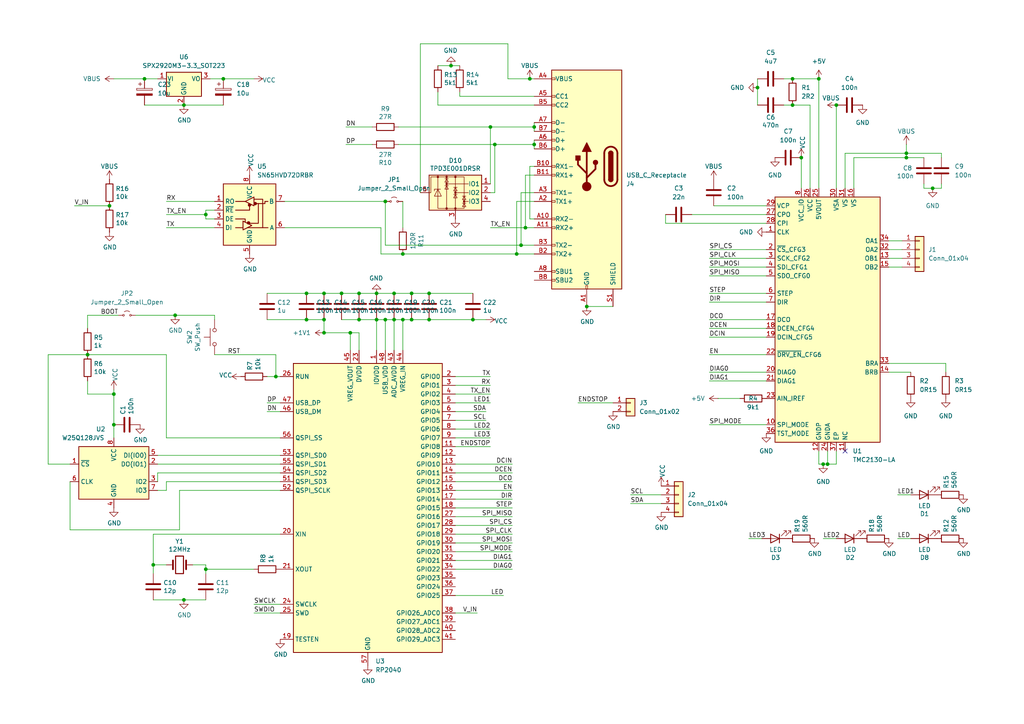
<source format=kicad_sch>
(kicad_sch
	(version 20231120)
	(generator "eeschema")
	(generator_version "8.0")
	(uuid "06c06d82-70f6-4b00-bfe0-3807a9059603")
	(paper "A4")
	
	(junction
		(at 238.76 134.62)
		(diameter 0)
		(color 0 0 0 0)
		(uuid "011c3d56-13ca-4197-8881-cf98e5ff57c8")
	)
	(junction
		(at 116.84 73.66)
		(diameter 0)
		(color 0 0 0 0)
		(uuid "0132e81b-b155-44ed-9111-55e59f7370dd")
	)
	(junction
		(at 41.91 22.86)
		(diameter 0)
		(color 0 0 0 0)
		(uuid "0148bc8b-0af6-416e-9df6-7f33e5ecf833")
	)
	(junction
		(at 31.75 59.69)
		(diameter 0)
		(color 0 0 0 0)
		(uuid "0294fa24-3b46-4922-9194-ef10e99122e0")
	)
	(junction
		(at 59.69 165.1)
		(diameter 0)
		(color 0 0 0 0)
		(uuid "06602c3e-0661-4754-a1d4-90daf0c2789b")
	)
	(junction
		(at 119.38 85.09)
		(diameter 0)
		(color 0 0 0 0)
		(uuid "0cad9c7d-939d-4767-bd70-30fe727c57a3")
	)
	(junction
		(at 53.34 30.48)
		(diameter 0)
		(color 0 0 0 0)
		(uuid "119b3972-e71a-420c-b193-0dcc600d4700")
	)
	(junction
		(at 130.81 19.05)
		(diameter 0)
		(color 0 0 0 0)
		(uuid "1cd7b587-4211-44ca-9d05-ae3345700ad7")
	)
	(junction
		(at 93.98 96.52)
		(diameter 0)
		(color 0 0 0 0)
		(uuid "1fbc3303-d3f5-4723-b554-92c2edcb5c7b")
	)
	(junction
		(at 109.22 85.09)
		(diameter 0)
		(color 0 0 0 0)
		(uuid "208bb91b-69f7-42a8-97e2-f7a8a51f8d36")
	)
	(junction
		(at 242.57 30.48)
		(diameter 0)
		(color 0 0 0 0)
		(uuid "2667a6df-9ee0-4574-8325-9933d2d79335")
	)
	(junction
		(at 119.38 92.71)
		(diameter 0)
		(color 0 0 0 0)
		(uuid "287c79d0-40b0-4559-bf2c-55c6ae6a2963")
	)
	(junction
		(at 93.98 92.71)
		(diameter 0)
		(color 0 0 0 0)
		(uuid "3683fcd7-7398-4776-b7f2-17a75d4cb443")
	)
	(junction
		(at 44.45 163.83)
		(diameter 0)
		(color 0 0 0 0)
		(uuid "39d1e0fa-b451-4c87-b370-d718893e36af")
	)
	(junction
		(at 124.46 92.71)
		(diameter 0)
		(color 0 0 0 0)
		(uuid "39f5a914-5cd7-4e9d-aa52-3bfdf638aa6a")
	)
	(junction
		(at 111.76 58.42)
		(diameter 0)
		(color 0 0 0 0)
		(uuid "3b444832-249c-4d99-b5f7-ac9133bd407a")
	)
	(junction
		(at 114.3 85.09)
		(diameter 0)
		(color 0 0 0 0)
		(uuid "43445717-04a9-4df4-b62e-5f04b9b9c0c3")
	)
	(junction
		(at 116.84 92.71)
		(diameter 0)
		(color 0 0 0 0)
		(uuid "4d02bc35-b4e5-412c-b6a4-d7bbbef7179a")
	)
	(junction
		(at 80.01 109.22)
		(diameter 0)
		(color 0 0 0 0)
		(uuid "4f83b447-ede0-45e1-8c12-6e75040107ea")
	)
	(junction
		(at 93.98 85.09)
		(diameter 0)
		(color 0 0 0 0)
		(uuid "54626ee7-c8a4-4c78-99a9-dcf57bba9107")
	)
	(junction
		(at 262.89 45.72)
		(diameter 0)
		(color 0 0 0 0)
		(uuid "54e020f4-7a3f-4f0e-990a-eb51b23bf5c1")
	)
	(junction
		(at 50.8 91.44)
		(diameter 0)
		(color 0 0 0 0)
		(uuid "55113d50-4b02-4cb5-9ea1-5e90136dbf5c")
	)
	(junction
		(at 104.14 92.71)
		(diameter 0)
		(color 0 0 0 0)
		(uuid "6d37f1f7-51cd-4a78-beca-a6a1b72676c0")
	)
	(junction
		(at 53.34 173.99)
		(diameter 0)
		(color 0 0 0 0)
		(uuid "6e4f8514-a263-413b-9d5e-4b51d1c3a924")
	)
	(junction
		(at 229.87 22.86)
		(diameter 0)
		(color 0 0 0 0)
		(uuid "7732679d-8d7d-4340-89ae-6175b3f4fdc1")
	)
	(junction
		(at 25.4 102.87)
		(diameter 0)
		(color 0 0 0 0)
		(uuid "7f376268-c3c9-46a3-aebd-623a34ddd5a2")
	)
	(junction
		(at 114.3 92.71)
		(diameter 0)
		(color 0 0 0 0)
		(uuid "89ae235e-49b5-41a1-85da-296622652711")
	)
	(junction
		(at 229.87 30.48)
		(diameter 0)
		(color 0 0 0 0)
		(uuid "8c4a415c-0c59-4c6a-8cfb-91d15f200a1d")
	)
	(junction
		(at 137.16 92.71)
		(diameter 0)
		(color 0 0 0 0)
		(uuid "91573a80-57b7-4cd7-b10f-c76f71c61cbe")
	)
	(junction
		(at 270.51 54.61)
		(diameter 0)
		(color 0 0 0 0)
		(uuid "93552e18-d6a6-4be7-a319-3330c82e1109")
	)
	(junction
		(at 219.71 25.4)
		(diameter 0)
		(color 0 0 0 0)
		(uuid "95f4bb27-bdc9-4914-9235-0fec851b1d61")
	)
	(junction
		(at 149.86 73.66)
		(diameter 0)
		(color 0 0 0 0)
		(uuid "98a6accd-e3fd-402b-b0f2-d75bf63c1dbc")
	)
	(junction
		(at 151.13 71.12)
		(diameter 0)
		(color 0 0 0 0)
		(uuid "9a2fb7ea-7e1c-4488-b326-8036a752b774")
	)
	(junction
		(at 153.67 22.86)
		(diameter 0)
		(color 0 0 0 0)
		(uuid "9a8baeb5-2a6f-4bcb-9045-141fb6b9618c")
	)
	(junction
		(at 262.89 44.45)
		(diameter 0)
		(color 0 0 0 0)
		(uuid "9ed9bdd3-cbfd-4947-ab75-94f8a3f3ad74")
	)
	(junction
		(at 101.6 96.52)
		(diameter 0)
		(color 0 0 0 0)
		(uuid "9eff7c38-e118-4b3b-a91a-83e616c93911")
	)
	(junction
		(at 142.24 36.83)
		(diameter 0)
		(color 0 0 0 0)
		(uuid "a356e1b9-35fb-434c-a614-cec33a668fbb")
	)
	(junction
		(at 237.49 22.86)
		(diameter 0)
		(color 0 0 0 0)
		(uuid "a626f4a3-4935-4697-9d6f-d0c4b4ce36a7")
	)
	(junction
		(at 104.14 85.09)
		(diameter 0)
		(color 0 0 0 0)
		(uuid "b4109d56-300d-46e0-aa08-e9abee9fe785")
	)
	(junction
		(at 143.51 41.91)
		(diameter 0)
		(color 0 0 0 0)
		(uuid "c1e47963-16d2-47db-8a27-247c566957c3")
	)
	(junction
		(at 240.03 134.62)
		(diameter 0)
		(color 0 0 0 0)
		(uuid "c8e881b9-4b33-4fff-867c-dae8e8c95b9d")
	)
	(junction
		(at 124.46 85.09)
		(diameter 0)
		(color 0 0 0 0)
		(uuid "c9465f62-3f7c-4e6c-8f00-8f1d4680f2be")
	)
	(junction
		(at 88.9 92.71)
		(diameter 0)
		(color 0 0 0 0)
		(uuid "cb841ae9-3933-4fc0-85d7-94f357f56a51")
	)
	(junction
		(at 152.4 66.04)
		(diameter 0)
		(color 0 0 0 0)
		(uuid "d69cc7df-0d46-4ed8-a029-01db52344526")
	)
	(junction
		(at 33.02 114.3)
		(diameter 0)
		(color 0 0 0 0)
		(uuid "d7dabf48-4590-4bb5-ad6e-23d643aca97d")
	)
	(junction
		(at 154.94 41.91)
		(diameter 0)
		(color 0 0 0 0)
		(uuid "d81a4fc5-13f3-4c8e-81f0-0d9a2c780525")
	)
	(junction
		(at 109.22 92.71)
		(diameter 0)
		(color 0 0 0 0)
		(uuid "d83aa771-d4ed-465f-bfea-a05111068ad0")
	)
	(junction
		(at 154.94 36.83)
		(diameter 0)
		(color 0 0 0 0)
		(uuid "de660588-b813-4c51-a225-738ee05948f1")
	)
	(junction
		(at 59.69 62.23)
		(diameter 0)
		(color 0 0 0 0)
		(uuid "de997dba-fd92-430b-a4b0-68d620dcda5b")
	)
	(junction
		(at 33.02 123.19)
		(diameter 0)
		(color 0 0 0 0)
		(uuid "dfd55aeb-9151-4fca-890f-21309ad39842")
	)
	(junction
		(at 64.77 22.86)
		(diameter 0)
		(color 0 0 0 0)
		(uuid "e21c1fad-49e1-4c00-bed1-b00e1db2b0cb")
	)
	(junction
		(at 170.18 88.9)
		(diameter 0)
		(color 0 0 0 0)
		(uuid "e754335f-62eb-4968-9bc5-16ba1e9fbd0d")
	)
	(junction
		(at 111.76 92.71)
		(diameter 0)
		(color 0 0 0 0)
		(uuid "eff380b0-cf97-4fcd-b452-ed1ab8567ea9")
	)
	(junction
		(at 99.06 85.09)
		(diameter 0)
		(color 0 0 0 0)
		(uuid "f44d7c0f-2fc8-4174-b6e9-b27781362685")
	)
	(junction
		(at 232.41 45.72)
		(diameter 0)
		(color 0 0 0 0)
		(uuid "f45c9373-76f1-4a19-96c5-aa159fd48925")
	)
	(junction
		(at 88.9 85.09)
		(diameter 0)
		(color 0 0 0 0)
		(uuid "f4ad22ed-0991-44cd-b9f8-625c7835c32a")
	)
	(no_connect
		(at 245.11 130.81)
		(uuid "0ccd7ce8-6784-4f5b-ada2-edb2b26868e1")
	)
	(wire
		(pts
			(xy 242.57 134.62) (xy 240.03 134.62)
		)
		(stroke
			(width 0)
			(type default)
		)
		(uuid "001e7c55-2a26-4f8d-a16f-219c634f1d48")
	)
	(wire
		(pts
			(xy 142.24 36.83) (xy 142.24 53.34)
		)
		(stroke
			(width 0)
			(type default)
		)
		(uuid "00494b1e-7ff2-4df8-ba13-2df0e9d3d1a9")
	)
	(wire
		(pts
			(xy 262.89 44.45) (xy 262.89 45.72)
		)
		(stroke
			(width 0)
			(type default)
		)
		(uuid "0185e2c4-d0a1-493f-b151-cc04efa9dfed")
	)
	(wire
		(pts
			(xy 273.05 54.61) (xy 270.51 54.61)
		)
		(stroke
			(width 0)
			(type default)
		)
		(uuid "02614e63-ae2f-4b8a-af9a-a1d28c8fba56")
	)
	(wire
		(pts
			(xy 205.74 77.47) (xy 222.25 77.47)
		)
		(stroke
			(width 0)
			(type default)
		)
		(uuid "056bd35c-efe9-4d15-9094-76ddb40fd584")
	)
	(wire
		(pts
			(xy 191.77 146.05) (xy 182.88 146.05)
		)
		(stroke
			(width 0)
			(type default)
		)
		(uuid "0575a801-b9c1-4171-9ad4-444ff6b589a1")
	)
	(wire
		(pts
			(xy 148.59 152.4) (xy 132.08 152.4)
		)
		(stroke
			(width 0)
			(type default)
		)
		(uuid "05834553-0f88-48d7-b90f-81313a464950")
	)
	(wire
		(pts
			(xy 132.08 119.38) (xy 140.97 119.38)
		)
		(stroke
			(width 0)
			(type default)
		)
		(uuid "075db735-c3ac-4e5b-8e48-9dbb599960f7")
	)
	(wire
		(pts
			(xy 273.05 45.72) (xy 273.05 44.45)
		)
		(stroke
			(width 0)
			(type default)
		)
		(uuid "0905f7e7-95d3-420d-a4c0-e93427a2e4e1")
	)
	(wire
		(pts
			(xy 153.67 48.26) (xy 153.67 63.5)
		)
		(stroke
			(width 0)
			(type default)
		)
		(uuid "09cd2a1f-6a5c-4ac2-bd86-434a5e518dce")
	)
	(wire
		(pts
			(xy 148.59 144.78) (xy 132.08 144.78)
		)
		(stroke
			(width 0)
			(type default)
		)
		(uuid "0adfa2f5-f6a8-41bc-90bb-5cc487e8cce6")
	)
	(wire
		(pts
			(xy 111.76 92.71) (xy 114.3 92.71)
		)
		(stroke
			(width 0)
			(type default)
		)
		(uuid "0d942250-2305-4b23-a3ad-c421a541fb12")
	)
	(wire
		(pts
			(xy 119.38 92.71) (xy 124.46 92.71)
		)
		(stroke
			(width 0)
			(type default)
		)
		(uuid "0e145847-eb31-49de-8760-0bdaf6f0fcec")
	)
	(wire
		(pts
			(xy 109.22 92.71) (xy 109.22 101.6)
		)
		(stroke
			(width 0)
			(type default)
		)
		(uuid "0e431ed7-1b3c-43fa-83b3-4e9556d5a66c")
	)
	(wire
		(pts
			(xy 33.02 114.3) (xy 33.02 123.19)
		)
		(stroke
			(width 0)
			(type default)
		)
		(uuid "0ec4b244-641a-44dd-b121-7d5e9eade60f")
	)
	(wire
		(pts
			(xy 191.77 143.51) (xy 182.88 143.51)
		)
		(stroke
			(width 0)
			(type default)
		)
		(uuid "101be7d2-ed6d-48b1-9909-2a012df94caf")
	)
	(wire
		(pts
			(xy 193.04 64.77) (xy 193.04 62.23)
		)
		(stroke
			(width 0)
			(type default)
		)
		(uuid "11fea1db-a9bb-4eae-8e07-c44722a15d4f")
	)
	(wire
		(pts
			(xy 207.01 59.69) (xy 222.25 59.69)
		)
		(stroke
			(width 0)
			(type default)
		)
		(uuid "124f8f6c-f7c1-48ce-8044-81a3cab4b345")
	)
	(wire
		(pts
			(xy 148.59 160.02) (xy 132.08 160.02)
		)
		(stroke
			(width 0)
			(type default)
		)
		(uuid "141ce2a2-9ac5-4e11-9af8-4a058894af57")
	)
	(wire
		(pts
			(xy 148.59 154.94) (xy 132.08 154.94)
		)
		(stroke
			(width 0)
			(type default)
		)
		(uuid "141f8cc3-87a4-4fe4-b46d-db679189061b")
	)
	(wire
		(pts
			(xy 237.49 54.61) (xy 237.49 22.86)
		)
		(stroke
			(width 0)
			(type default)
		)
		(uuid "158aa207-87cf-4f1d-9044-83d4a98e0535")
	)
	(wire
		(pts
			(xy 257.81 77.47) (xy 261.62 77.47)
		)
		(stroke
			(width 0)
			(type default)
		)
		(uuid "168203be-b2aa-4bed-b0c6-34d05bf5d3f8")
	)
	(wire
		(pts
			(xy 154.94 50.8) (xy 152.4 50.8)
		)
		(stroke
			(width 0)
			(type default)
		)
		(uuid "17b480d1-125c-437f-85b0-1dcfdf11429b")
	)
	(wire
		(pts
			(xy 121.92 55.88) (xy 121.92 12.7)
		)
		(stroke
			(width 0)
			(type default)
		)
		(uuid "184ca3a8-0acc-4abc-b87d-303a5c025d11")
	)
	(wire
		(pts
			(xy 151.13 55.88) (xy 151.13 71.12)
		)
		(stroke
			(width 0)
			(type default)
		)
		(uuid "19101341-4e5a-487f-b151-2067f809b36f")
	)
	(wire
		(pts
			(xy 121.92 12.7) (xy 147.32 12.7)
		)
		(stroke
			(width 0)
			(type default)
		)
		(uuid "19230d7a-5ad1-437c-a141-177cd7d850e8")
	)
	(wire
		(pts
			(xy 99.06 85.09) (xy 104.14 85.09)
		)
		(stroke
			(width 0)
			(type default)
		)
		(uuid "1aff050e-fbbe-4cd6-ba68-32471c933e55")
	)
	(wire
		(pts
			(xy 109.22 85.09) (xy 114.3 85.09)
		)
		(stroke
			(width 0)
			(type default)
		)
		(uuid "1b1299d3-e383-444e-893a-507aac9f13ff")
	)
	(wire
		(pts
			(xy 81.28 142.24) (xy 52.07 142.24)
		)
		(stroke
			(width 0)
			(type default)
		)
		(uuid "1b177167-ecc9-4b82-9862-35d81dbd345f")
	)
	(wire
		(pts
			(xy 119.38 85.09) (xy 124.46 85.09)
		)
		(stroke
			(width 0)
			(type default)
		)
		(uuid "1b389611-2d1d-4565-95c8-f300188bf63b")
	)
	(wire
		(pts
			(xy 25.4 91.44) (xy 34.29 91.44)
		)
		(stroke
			(width 0)
			(type default)
		)
		(uuid "1d7bb7e2-d41f-456d-8c01-2ec65b0fc7a9")
	)
	(wire
		(pts
			(xy 80.01 109.22) (xy 80.01 102.87)
		)
		(stroke
			(width 0)
			(type default)
		)
		(uuid "1d884f36-8903-4120-9bc3-08044587679c")
	)
	(wire
		(pts
			(xy 48.26 142.24) (xy 48.26 139.7)
		)
		(stroke
			(width 0)
			(type default)
		)
		(uuid "1db60e5b-dadf-43f4-bbba-fe250d096cc0")
	)
	(wire
		(pts
			(xy 260.35 143.51) (xy 264.16 143.51)
		)
		(stroke
			(width 0)
			(type default)
		)
		(uuid "1ea40825-6e28-462b-8885-8e69b2ede25a")
	)
	(wire
		(pts
			(xy 101.6 96.52) (xy 101.6 101.6)
		)
		(stroke
			(width 0)
			(type default)
		)
		(uuid "1faba01b-94e4-45a1-854a-dd806c60275b")
	)
	(wire
		(pts
			(xy 77.47 92.71) (xy 88.9 92.71)
		)
		(stroke
			(width 0)
			(type default)
		)
		(uuid "203b3424-f6b6-4d48-94ea-4ec44ff37324")
	)
	(wire
		(pts
			(xy 148.59 134.62) (xy 132.08 134.62)
		)
		(stroke
			(width 0)
			(type default)
		)
		(uuid "205d60bd-c34b-41a2-80ef-8f778e787fc4")
	)
	(wire
		(pts
			(xy 21.59 59.69) (xy 31.75 59.69)
		)
		(stroke
			(width 0)
			(type default)
		)
		(uuid "21edc090-cbc0-4b07-abd8-bf00f01cf29e")
	)
	(wire
		(pts
			(xy 81.28 137.16) (xy 45.72 137.16)
		)
		(stroke
			(width 0)
			(type default)
		)
		(uuid "222ea0a9-02a9-4b13-954b-3822b0611d55")
	)
	(wire
		(pts
			(xy 99.06 92.71) (xy 104.14 92.71)
		)
		(stroke
			(width 0)
			(type default)
		)
		(uuid "2272df73-8905-4e31-9a0c-ccac418443be")
	)
	(wire
		(pts
			(xy 242.57 130.81) (xy 242.57 134.62)
		)
		(stroke
			(width 0)
			(type default)
		)
		(uuid "23305465-9a15-41ba-976b-617cbb74dd28")
	)
	(wire
		(pts
			(xy 132.08 172.72) (xy 146.05 172.72)
		)
		(stroke
			(width 0)
			(type default)
		)
		(uuid "23db634c-5ce3-4a78-afb1-22d3f69d6d32")
	)
	(wire
		(pts
			(xy 110.49 73.66) (xy 116.84 73.66)
		)
		(stroke
			(width 0)
			(type default)
		)
		(uuid "25f782e6-a59f-4467-9005-d25b511806fc")
	)
	(wire
		(pts
			(xy 205.74 92.71) (xy 222.25 92.71)
		)
		(stroke
			(width 0)
			(type default)
		)
		(uuid "267f765f-a854-46e0-a557-5575b0a37c73")
	)
	(wire
		(pts
			(xy 132.08 129.54) (xy 142.24 129.54)
		)
		(stroke
			(width 0)
			(type default)
		)
		(uuid "2716ee19-8505-4f53-ad8c-809ff142ff8b")
	)
	(wire
		(pts
			(xy 242.57 30.48) (xy 242.57 54.61)
		)
		(stroke
			(width 0)
			(type default)
		)
		(uuid "27ff0273-fe1b-44f4-bd05-a35d0ec1fce2")
	)
	(wire
		(pts
			(xy 81.28 127) (xy 48.26 127)
		)
		(stroke
			(width 0)
			(type default)
		)
		(uuid "2acb1baf-dbbd-4627-8c71-0cab397a47a8")
	)
	(wire
		(pts
			(xy 154.94 30.48) (xy 127 30.48)
		)
		(stroke
			(width 0)
			(type default)
		)
		(uuid "2c3a952b-9885-4611-9649-f5eb13809b37")
	)
	(wire
		(pts
			(xy 48.26 163.83) (xy 44.45 163.83)
		)
		(stroke
			(width 0)
			(type default)
		)
		(uuid "2d8f22ab-4abd-421c-8481-fd6ac9f72776")
	)
	(wire
		(pts
			(xy 154.94 35.56) (xy 154.94 36.83)
		)
		(stroke
			(width 0)
			(type default)
		)
		(uuid "33017b06-b02d-44bd-97c3-d6740661bdc2")
	)
	(wire
		(pts
			(xy 222.25 64.77) (xy 193.04 64.77)
		)
		(stroke
			(width 0)
			(type default)
		)
		(uuid "34934129-792e-4d28-a049-7084ee8e2b38")
	)
	(wire
		(pts
			(xy 20.32 153.67) (xy 20.32 139.7)
		)
		(stroke
			(width 0)
			(type default)
		)
		(uuid "34f839c7-bb74-4a9b-b83e-091f80f17854")
	)
	(wire
		(pts
			(xy 59.69 165.1) (xy 59.69 163.83)
		)
		(stroke
			(width 0)
			(type default)
		)
		(uuid "35a5a714-7101-4618-918b-79ee4dce3b9d")
	)
	(wire
		(pts
			(xy 148.59 165.1) (xy 132.08 165.1)
		)
		(stroke
			(width 0)
			(type default)
		)
		(uuid "3674ac4d-2a7f-4ab5-937d-646000b39e40")
	)
	(wire
		(pts
			(xy 73.66 177.8) (xy 81.28 177.8)
		)
		(stroke
			(width 0)
			(type default)
		)
		(uuid "38462dcc-a7c1-422f-a496-62198de9626a")
	)
	(wire
		(pts
			(xy 62.23 91.44) (xy 50.8 91.44)
		)
		(stroke
			(width 0)
			(type default)
		)
		(uuid "39ec2dca-b05c-42ea-b23c-f8af33abb85a")
	)
	(wire
		(pts
			(xy 93.98 96.52) (xy 93.98 92.71)
		)
		(stroke
			(width 0)
			(type default)
		)
		(uuid "3a7686e8-80b9-43b5-b088-fa812d21761b")
	)
	(wire
		(pts
			(xy 132.08 121.92) (xy 140.97 121.92)
		)
		(stroke
			(width 0)
			(type default)
		)
		(uuid "3da31299-980d-4c4d-b38b-ffee9828a9eb")
	)
	(wire
		(pts
			(xy 81.28 154.94) (xy 44.45 154.94)
		)
		(stroke
			(width 0)
			(type default)
		)
		(uuid "3dfe1c92-0f2e-4eaa-af77-06a99b4ed627")
	)
	(wire
		(pts
			(xy 48.26 127) (xy 48.26 102.87)
		)
		(stroke
			(width 0)
			(type default)
		)
		(uuid "3e36d7c1-1bc5-426b-abdb-d6c797746db7")
	)
	(wire
		(pts
			(xy 273.05 44.45) (xy 262.89 44.45)
		)
		(stroke
			(width 0)
			(type default)
		)
		(uuid "3eb43fa8-8c55-4f2f-9d68-d307157dbfe8")
	)
	(wire
		(pts
			(xy 62.23 92.71) (xy 62.23 91.44)
		)
		(stroke
			(width 0)
			(type default)
		)
		(uuid "40476716-e536-43b3-800a-3870ec0ec967")
	)
	(wire
		(pts
			(xy 267.97 53.34) (xy 267.97 54.61)
		)
		(stroke
			(width 0)
			(type default)
		)
		(uuid "41a75831-cb53-4caf-957a-ee682ffe0746")
	)
	(wire
		(pts
			(xy 262.89 44.45) (xy 245.11 44.45)
		)
		(stroke
			(width 0)
			(type default)
		)
		(uuid "42530035-0008-4cb4-8cf4-a2d83ad1ca76")
	)
	(wire
		(pts
			(xy 219.71 22.86) (xy 219.71 25.4)
		)
		(stroke
			(width 0)
			(type default)
		)
		(uuid "46ccaa16-51e7-4493-b418-78c1a40ee387")
	)
	(wire
		(pts
			(xy 132.08 127) (xy 142.24 127)
		)
		(stroke
			(width 0)
			(type default)
		)
		(uuid "483c9a18-f0a8-49d3-bd41-a94a14eb6a9d")
	)
	(wire
		(pts
			(xy 62.23 63.5) (xy 59.69 63.5)
		)
		(stroke
			(width 0)
			(type default)
		)
		(uuid "48abec56-bdb9-401f-8e74-caf0fd6cd419")
	)
	(wire
		(pts
			(xy 114.3 85.09) (xy 119.38 85.09)
		)
		(stroke
			(width 0)
			(type default)
		)
		(uuid "49546630-843d-4f79-bff1-8f94cb28df89")
	)
	(wire
		(pts
			(xy 148.59 162.56) (xy 132.08 162.56)
		)
		(stroke
			(width 0)
			(type default)
		)
		(uuid "4a1b275a-1c5c-45a0-be61-0e7b3f331e9d")
	)
	(wire
		(pts
			(xy 45.72 134.62) (xy 81.28 134.62)
		)
		(stroke
			(width 0)
			(type default)
		)
		(uuid "4a255d7a-0066-41e6-88da-51ecc42d45ce")
	)
	(wire
		(pts
			(xy 59.69 166.37) (xy 59.69 165.1)
		)
		(stroke
			(width 0)
			(type default)
		)
		(uuid "4a994718-6c19-413b-9927-c5fd676c6098")
	)
	(wire
		(pts
			(xy 115.57 36.83) (xy 142.24 36.83)
		)
		(stroke
			(width 0)
			(type default)
		)
		(uuid "4b00a588-45a1-4c70-a4be-faf33ba9f6ba")
	)
	(wire
		(pts
			(xy 151.13 71.12) (xy 154.94 71.12)
		)
		(stroke
			(width 0)
			(type default)
		)
		(uuid "4c1653ee-a984-4cfa-967b-4706f990a7d5")
	)
	(wire
		(pts
			(xy 148.59 157.48) (xy 132.08 157.48)
		)
		(stroke
			(width 0)
			(type default)
		)
		(uuid "4ec55403-d6e5-44d5-ab08-a8ac73d37b58")
	)
	(wire
		(pts
			(xy 238.76 156.21) (xy 242.57 156.21)
		)
		(stroke
			(width 0)
			(type default)
		)
		(uuid "546277bc-a3e1-4f34-8f98-7bbbfd922e6a")
	)
	(wire
		(pts
			(xy 147.32 22.86) (xy 153.67 22.86)
		)
		(stroke
			(width 0)
			(type default)
		)
		(uuid "54d33242-53b6-4d89-88d7-d5469c570b8f")
	)
	(wire
		(pts
			(xy 110.49 66.04) (xy 110.49 73.66)
		)
		(stroke
			(width 0)
			(type default)
		)
		(uuid "55a23d55-b518-4840-8426-dec4c7174063")
	)
	(wire
		(pts
			(xy 77.47 109.22) (xy 80.01 109.22)
		)
		(stroke
			(width 0)
			(type default)
		)
		(uuid "56340cee-37dd-42c2-9147-99739e3dc98b")
	)
	(wire
		(pts
			(xy 33.02 22.86) (xy 41.91 22.86)
		)
		(stroke
			(width 0)
			(type default)
		)
		(uuid "573253d5-e9c3-4336-9dd0-51d16308eb89")
	)
	(wire
		(pts
			(xy 104.14 92.71) (xy 109.22 92.71)
		)
		(stroke
			(width 0)
			(type default)
		)
		(uuid "5777e6c0-7e96-4936-ab99-3b38dfcec0b9")
	)
	(wire
		(pts
			(xy 142.24 36.83) (xy 154.94 36.83)
		)
		(stroke
			(width 0)
			(type default)
		)
		(uuid "58950479-e909-48bf-ab97-932385e0bf70")
	)
	(wire
		(pts
			(xy 53.34 173.99) (xy 44.45 173.99)
		)
		(stroke
			(width 0)
			(type default)
		)
		(uuid "5c29e987-a9ea-4cfd-a549-34b917e2646f")
	)
	(wire
		(pts
			(xy 25.4 95.25) (xy 25.4 91.44)
		)
		(stroke
			(width 0)
			(type default)
		)
		(uuid "5ecf0f12-0ff5-4b4c-a2c2-a6d8866d19b2")
	)
	(wire
		(pts
			(xy 52.07 153.67) (xy 20.32 153.67)
		)
		(stroke
			(width 0)
			(type default)
		)
		(uuid "5fa457ed-06d7-4b71-807c-d494527dcad9")
	)
	(wire
		(pts
			(xy 116.84 73.66) (xy 149.86 73.66)
		)
		(stroke
			(width 0)
			(type default)
		)
		(uuid "6139e924-10cb-4c4c-8cf4-be5de1802dc6")
	)
	(wire
		(pts
			(xy 62.23 102.87) (xy 80.01 102.87)
		)
		(stroke
			(width 0)
			(type default)
		)
		(uuid "61987de9-301f-494b-8fbb-03445826d97b")
	)
	(wire
		(pts
			(xy 93.98 85.09) (xy 99.06 85.09)
		)
		(stroke
			(width 0)
			(type default)
		)
		(uuid "65be1ba3-9063-46ad-8876-c9e1564d5b67")
	)
	(wire
		(pts
			(xy 82.55 58.42) (xy 111.76 58.42)
		)
		(stroke
			(width 0)
			(type default)
		)
		(uuid "66f738b0-6e72-4d08-b69a-69aeb2654d0a")
	)
	(wire
		(pts
			(xy 104.14 96.52) (xy 101.6 96.52)
		)
		(stroke
			(width 0)
			(type default)
		)
		(uuid "672ccf99-4281-48f2-b795-0aefff152bbe")
	)
	(wire
		(pts
			(xy 41.91 30.48) (xy 53.34 30.48)
		)
		(stroke
			(width 0)
			(type default)
		)
		(uuid "6a463e1c-46dc-4bf2-a881-b7147144b840")
	)
	(wire
		(pts
			(xy 205.74 87.63) (xy 222.25 87.63)
		)
		(stroke
			(width 0)
			(type default)
		)
		(uuid "6aaaccb0-93d6-429a-a0ef-5ffb401546fd")
	)
	(wire
		(pts
			(xy 100.33 36.83) (xy 107.95 36.83)
		)
		(stroke
			(width 0)
			(type default)
		)
		(uuid "6be09630-3571-4afc-b63f-d408f9a8697f")
	)
	(wire
		(pts
			(xy 132.08 124.46) (xy 142.24 124.46)
		)
		(stroke
			(width 0)
			(type default)
		)
		(uuid "6fbcc568-44c1-4760-bb23-c1d2149300a6")
	)
	(wire
		(pts
			(xy 240.03 130.81) (xy 240.03 134.62)
		)
		(stroke
			(width 0)
			(type default)
		)
		(uuid "728bcabf-6ec6-4ae8-9d2d-97d57189c836")
	)
	(wire
		(pts
			(xy 229.87 22.86) (xy 227.33 22.86)
		)
		(stroke
			(width 0)
			(type default)
		)
		(uuid "7354fdea-3823-4cc1-b54d-c306f85cfd0e")
	)
	(wire
		(pts
			(xy 148.59 147.32) (xy 132.08 147.32)
		)
		(stroke
			(width 0)
			(type default)
		)
		(uuid "7356c0bd-e6ce-4b62-82aa-29a812409feb")
	)
	(wire
		(pts
			(xy 257.81 72.39) (xy 261.62 72.39)
		)
		(stroke
			(width 0)
			(type default)
		)
		(uuid "7380d29d-18f4-41c6-a55a-244e190d5da8")
	)
	(wire
		(pts
			(xy 130.81 19.05) (xy 133.35 19.05)
		)
		(stroke
			(width 0)
			(type default)
		)
		(uuid "73b7b5ad-ea42-4c58-80df-52068b36e845")
	)
	(wire
		(pts
			(xy 137.16 92.71) (xy 140.97 92.71)
		)
		(stroke
			(width 0)
			(type default)
		)
		(uuid "754eaf0f-d850-4f70-836d-14da52426ebc")
	)
	(wire
		(pts
			(xy 39.37 91.44) (xy 50.8 91.44)
		)
		(stroke
			(width 0)
			(type default)
		)
		(uuid "75a83b38-beb0-42b1-8cfd-c4958023b9ae")
	)
	(wire
		(pts
			(xy 205.74 102.87) (xy 222.25 102.87)
		)
		(stroke
			(width 0)
			(type default)
		)
		(uuid "7772be0e-33d5-41ee-8af7-8da45450c038")
	)
	(wire
		(pts
			(xy 148.59 139.7) (xy 132.08 139.7)
		)
		(stroke
			(width 0)
			(type default)
		)
		(uuid "7791db7b-1f87-4052-82c9-a6b20517c8f7")
	)
	(wire
		(pts
			(xy 257.81 69.85) (xy 261.62 69.85)
		)
		(stroke
			(width 0)
			(type default)
		)
		(uuid "781facd8-c6e0-487e-8feb-84c2333d30c8")
	)
	(wire
		(pts
			(xy 260.35 156.21) (xy 264.16 156.21)
		)
		(stroke
			(width 0)
			(type default)
		)
		(uuid "7a638c75-9dc4-4426-b887-79ee9326d09b")
	)
	(wire
		(pts
			(xy 111.76 58.42) (xy 111.76 71.12)
		)
		(stroke
			(width 0)
			(type default)
		)
		(uuid "7aed0572-0bfe-419e-90d9-de42ce7193f4")
	)
	(wire
		(pts
			(xy 170.18 88.9) (xy 177.8 88.9)
		)
		(stroke
			(width 0)
			(type default)
		)
		(uuid "7aefad6f-8fe0-4e63-b16e-a16e49029221")
	)
	(wire
		(pts
			(xy 25.4 102.87) (xy 13.97 102.87)
		)
		(stroke
			(width 0)
			(type default)
		)
		(uuid "7b706b27-ca20-4d97-8007-366a29a6fef2")
	)
	(wire
		(pts
			(xy 217.17 156.21) (xy 220.98 156.21)
		)
		(stroke
			(width 0)
			(type default)
		)
		(uuid "7b9b1cfc-560f-44da-9689-851b7448af31")
	)
	(wire
		(pts
			(xy 208.28 115.57) (xy 214.63 115.57)
		)
		(stroke
			(width 0)
			(type default)
		)
		(uuid "7f587039-e520-4f6f-bd89-f232df1c9a75")
	)
	(wire
		(pts
			(xy 111.76 92.71) (xy 111.76 101.6)
		)
		(stroke
			(width 0)
			(type default)
		)
		(uuid "828e9025-61c4-4f3a-b73f-292088711bbd")
	)
	(wire
		(pts
			(xy 109.22 92.71) (xy 111.76 92.71)
		)
		(stroke
			(width 0)
			(type default)
		)
		(uuid "858463b2-7e98-49e6-9790-90d11b16e17e")
	)
	(wire
		(pts
			(xy 247.65 45.72) (xy 247.65 54.61)
		)
		(stroke
			(width 0)
			(type default)
		)
		(uuid "85c15d7d-454f-4bb0-92b0-71c5b421024a")
	)
	(wire
		(pts
			(xy 116.84 92.71) (xy 116.84 101.6)
		)
		(stroke
			(width 0)
			(type default)
		)
		(uuid "85fcaeeb-4ade-408e-b9d7-de5f6f2da01e")
	)
	(wire
		(pts
			(xy 154.94 55.88) (xy 151.13 55.88)
		)
		(stroke
			(width 0)
			(type default)
		)
		(uuid "861d3bd9-bb25-4a58-b1be-c1eab68dab08")
	)
	(wire
		(pts
			(xy 205.74 123.19) (xy 222.25 123.19)
		)
		(stroke
			(width 0)
			(type default)
		)
		(uuid "8a8543c0-d060-4557-aec1-55ae330cddbc")
	)
	(wire
		(pts
			(xy 44.45 154.94) (xy 44.45 163.83)
		)
		(stroke
			(width 0)
			(type default)
		)
		(uuid "8b187dc0-4881-4538-a0e0-f886b4ba61cc")
	)
	(wire
		(pts
			(xy 59.69 60.96) (xy 62.23 60.96)
		)
		(stroke
			(width 0)
			(type default)
		)
		(uuid "8b28b478-2d66-4c69-b27e-449b21ca26f1")
	)
	(wire
		(pts
			(xy 142.24 66.04) (xy 152.4 66.04)
		)
		(stroke
			(width 0)
			(type default)
		)
		(uuid "8c2cdece-6a07-44e5-b2e2-164786c5dda9")
	)
	(wire
		(pts
			(xy 45.72 132.08) (xy 81.28 132.08)
		)
		(stroke
			(width 0)
			(type default)
		)
		(uuid "8f2f1b8f-a34a-433f-a945-6a59cb7c6ae6")
	)
	(wire
		(pts
			(xy 234.95 30.48) (xy 229.87 30.48)
		)
		(stroke
			(width 0)
			(type default)
		)
		(uuid "8fc03e07-f001-4b7d-be1b-c9f6ce744623")
	)
	(wire
		(pts
			(xy 133.35 26.67) (xy 133.35 27.94)
		)
		(stroke
			(width 0)
			(type default)
		)
		(uuid "91591f4b-9270-4bb8-85d5-0c3ac2acf2e6")
	)
	(wire
		(pts
			(xy 274.32 107.95) (xy 274.32 105.41)
		)
		(stroke
			(width 0)
			(type default)
		)
		(uuid "92bb328b-435c-49e3-87a4-c4c36270c4a7")
	)
	(wire
		(pts
			(xy 149.86 73.66) (xy 154.94 73.66)
		)
		(stroke
			(width 0)
			(type default)
		)
		(uuid "94b9356f-8bc1-4fce-b441-1ce567dffabe")
	)
	(wire
		(pts
			(xy 153.67 22.86) (xy 154.94 22.86)
		)
		(stroke
			(width 0)
			(type default)
		)
		(uuid "950d2b10-803b-4d45-8edc-95dc305f15a9")
	)
	(wire
		(pts
			(xy 59.69 163.83) (xy 55.88 163.83)
		)
		(stroke
			(width 0)
			(type default)
		)
		(uuid "964ad5a4-19ee-4e48-aa8b-48d6538c06f7")
	)
	(wire
		(pts
			(xy 88.9 85.09) (xy 93.98 85.09)
		)
		(stroke
			(width 0)
			(type default)
		)
		(uuid "96eb934c-2742-4142-9fa8-d162fbaa6a68")
	)
	(wire
		(pts
			(xy 59.69 165.1) (xy 73.66 165.1)
		)
		(stroke
			(width 0)
			(type default)
		)
		(uuid "9876eb8a-78d1-49a6-9dea-a5d2781a1bd9")
	)
	(wire
		(pts
			(xy 45.72 142.24) (xy 48.26 142.24)
		)
		(stroke
			(width 0)
			(type default)
		)
		(uuid "98b1b0bc-dd12-46f3-aff0-6e5936efb6f3")
	)
	(wire
		(pts
			(xy 240.03 134.62) (xy 238.76 134.62)
		)
		(stroke
			(width 0)
			(type default)
		)
		(uuid "98cb3b9b-5352-4694-88e6-c010f8845d2b")
	)
	(wire
		(pts
			(xy 205.74 97.79) (xy 222.25 97.79)
		)
		(stroke
			(width 0)
			(type default)
		)
		(uuid "98e548c5-61d5-44df-a5ea-e4becbddd82d")
	)
	(wire
		(pts
			(xy 25.4 110.49) (xy 25.4 114.3)
		)
		(stroke
			(width 0)
			(type default)
		)
		(uuid "99413574-e780-4d84-b14c-5706cb756ad8")
	)
	(wire
		(pts
			(xy 114.3 92.71) (xy 116.84 92.71)
		)
		(stroke
			(width 0)
			(type default)
		)
		(uuid "995265b2-f7e9-4002-be00-d6a098e50d7a")
	)
	(wire
		(pts
			(xy 232.41 45.72) (xy 232.41 54.61)
		)
		(stroke
			(width 0)
			(type default)
		)
		(uuid "9afba92e-353e-442a-b42d-530d1a8785ff")
	)
	(wire
		(pts
			(xy 114.3 92.71) (xy 114.3 101.6)
		)
		(stroke
			(width 0)
			(type default)
		)
		(uuid "9b3a1ba9-1151-4bf0-bb6d-3aa60b079a14")
	)
	(wire
		(pts
			(xy 116.84 92.71) (xy 119.38 92.71)
		)
		(stroke
			(width 0)
			(type default)
		)
		(uuid "9c3e11ef-130a-4cdc-8756-18d38bfc3a97")
	)
	(wire
		(pts
			(xy 152.4 50.8) (xy 152.4 66.04)
		)
		(stroke
			(width 0)
			(type default)
		)
		(uuid "9ddec89a-2dd5-49a4-b04e-a833de388817")
	)
	(wire
		(pts
			(xy 154.94 40.64) (xy 154.94 41.91)
		)
		(stroke
			(width 0)
			(type default)
		)
		(uuid "9ed12916-684e-4179-9c73-bfd15e1fca52")
	)
	(wire
		(pts
			(xy 59.69 62.23) (xy 59.69 60.96)
		)
		(stroke
			(width 0)
			(type default)
		)
		(uuid "9f6c4abf-cc60-4907-a31f-e37af05be12b")
	)
	(wire
		(pts
			(xy 132.08 109.22) (xy 142.24 109.22)
		)
		(stroke
			(width 0)
			(type default)
		)
		(uuid "a04ff21c-7f91-43e0-9cd3-a409c1b108b3")
	)
	(wire
		(pts
			(xy 44.45 163.83) (xy 44.45 166.37)
		)
		(stroke
			(width 0)
			(type default)
		)
		(uuid "a3704727-d450-47d4-9ae8-052cbf0e2d6b")
	)
	(wire
		(pts
			(xy 77.47 116.84) (xy 81.28 116.84)
		)
		(stroke
			(width 0)
			(type default)
		)
		(uuid "a39c0e5c-e2c0-4eaf-b122-1c37a98bb25e")
	)
	(wire
		(pts
			(xy 82.55 66.04) (xy 110.49 66.04)
		)
		(stroke
			(width 0)
			(type default)
		)
		(uuid "a3a8fd94-8e3a-47db-87dc-ac29eb97f30c")
	)
	(wire
		(pts
			(xy 104.14 101.6) (xy 104.14 96.52)
		)
		(stroke
			(width 0)
			(type default)
		)
		(uuid "a4eb3ace-b105-45f3-99b2-f24ce42b6709")
	)
	(wire
		(pts
			(xy 59.69 63.5) (xy 59.69 62.23)
		)
		(stroke
			(width 0)
			(type default)
		)
		(uuid "a55db288-028e-4e09-bfdd-32832d1c51a9")
	)
	(wire
		(pts
			(xy 53.34 30.48) (xy 64.77 30.48)
		)
		(stroke
			(width 0)
			(type default)
		)
		(uuid "a675f2f9-948f-4964-8641-fb6132c191d8")
	)
	(wire
		(pts
			(xy 104.14 85.09) (xy 109.22 85.09)
		)
		(stroke
			(width 0)
			(type default)
		)
		(uuid "a757172a-6935-48e3-b3ca-4e4493c47c59")
	)
	(wire
		(pts
			(xy 132.08 114.3) (xy 142.24 114.3)
		)
		(stroke
			(width 0)
			(type default)
		)
		(uuid "aacbd809-6530-48da-b575-87e25c5ea7a9")
	)
	(wire
		(pts
			(xy 45.72 137.16) (xy 45.72 139.7)
		)
		(stroke
			(width 0)
			(type default)
		)
		(uuid "ab92adb3-867f-4606-abd5-893c68ad625a")
	)
	(wire
		(pts
			(xy 33.02 113.03) (xy 33.02 114.3)
		)
		(stroke
			(width 0)
			(type default)
		)
		(uuid "acaa031e-d53a-4587-9e89-06efb83f4a5a")
	)
	(wire
		(pts
			(xy 152.4 66.04) (xy 154.94 66.04)
		)
		(stroke
			(width 0)
			(type default)
		)
		(uuid "ad34b853-c0b2-46bb-b290-5387a5d16f86")
	)
	(wire
		(pts
			(xy 142.24 55.88) (xy 143.51 55.88)
		)
		(stroke
			(width 0)
			(type default)
		)
		(uuid "b18fd2b5-3e59-4205-ac5f-1dc9cc045684")
	)
	(wire
		(pts
			(xy 101.6 96.52) (xy 93.98 96.52)
		)
		(stroke
			(width 0)
			(type default)
		)
		(uuid "b1ec756b-e1fc-49a8-8131-6080ea8d2abe")
	)
	(wire
		(pts
			(xy 257.81 74.93) (xy 261.62 74.93)
		)
		(stroke
			(width 0)
			(type default)
		)
		(uuid "b2080e50-7c54-4a12-bcc8-f29b458a2192")
	)
	(wire
		(pts
			(xy 149.86 58.42) (xy 149.86 73.66)
		)
		(stroke
			(width 0)
			(type default)
		)
		(uuid "b618edfc-8b80-466a-b57d-ee1cfb3d1224")
	)
	(wire
		(pts
			(xy 124.46 92.71) (xy 137.16 92.71)
		)
		(stroke
			(width 0)
			(type default)
		)
		(uuid "b82d92d8-1f86-4995-bba5-d5e3578e4653")
	)
	(wire
		(pts
			(xy 77.47 85.09) (xy 88.9 85.09)
		)
		(stroke
			(width 0)
			(type default)
		)
		(uuid "b8679a48-54d1-4bc9-8b13-162363e25207")
	)
	(wire
		(pts
			(xy 127 19.05) (xy 130.81 19.05)
		)
		(stroke
			(width 0)
			(type default)
		)
		(uuid "b869ea64-016f-4dd6-b3d2-d4301e702f5b")
	)
	(wire
		(pts
			(xy 200.66 62.23) (xy 222.25 62.23)
		)
		(stroke
			(width 0)
			(type default)
		)
		(uuid "b8aff027-8ed8-4d7b-8499-91bd1282e6d0")
	)
	(wire
		(pts
			(xy 133.35 27.94) (xy 154.94 27.94)
		)
		(stroke
			(width 0)
			(type default)
		)
		(uuid "b9b5198a-1efe-446f-8a4e-d532bb5385d2")
	)
	(wire
		(pts
			(xy 237.49 22.86) (xy 229.87 22.86)
		)
		(stroke
			(width 0)
			(type default)
		)
		(uuid "ba497bd3-d04c-47c0-ac98-8c86871953d0")
	)
	(wire
		(pts
			(xy 237.49 134.62) (xy 238.76 134.62)
		)
		(stroke
			(width 0)
			(type default)
		)
		(uuid "bb6af1a0-3d9b-4d9a-9714-dcaaa98743cb")
	)
	(wire
		(pts
			(xy 205.74 85.09) (xy 222.25 85.09)
		)
		(stroke
			(width 0)
			(type default)
		)
		(uuid "be57199d-c26c-4416-8250-0e51fe53374d")
	)
	(wire
		(pts
			(xy 13.97 102.87) (xy 13.97 134.62)
		)
		(stroke
			(width 0)
			(type default)
		)
		(uuid "c4d1ee8e-264f-49ad-8ff6-a94a2414a85e")
	)
	(wire
		(pts
			(xy 41.91 22.86) (xy 45.72 22.86)
		)
		(stroke
			(width 0)
			(type default)
		)
		(uuid "c573d81e-4bd9-4f09-831f-a61625eb5659")
	)
	(wire
		(pts
			(xy 205.74 95.25) (xy 222.25 95.25)
		)
		(stroke
			(width 0)
			(type default)
		)
		(uuid "c646f21e-d854-484c-8dc3-b398d62481bb")
	)
	(wire
		(pts
			(xy 148.59 137.16) (xy 132.08 137.16)
		)
		(stroke
			(width 0)
			(type default)
		)
		(uuid "cb0d5b3d-65b2-4617-94a0-2b40a0bd14ad")
	)
	(wire
		(pts
			(xy 25.4 114.3) (xy 33.02 114.3)
		)
		(stroke
			(width 0)
			(type default)
		)
		(uuid "cb4407c9-c13a-473a-a8ec-25396e45e381")
	)
	(wire
		(pts
			(xy 154.94 36.83) (xy 154.94 38.1)
		)
		(stroke
			(width 0)
			(type default)
		)
		(uuid "cb684e8b-db61-45bc-bb84-bb8199c72fb1")
	)
	(wire
		(pts
			(xy 48.26 62.23) (xy 59.69 62.23)
		)
		(stroke
			(width 0)
			(type default)
		)
		(uuid "cc8b8362-ca3a-417e-a20a-e1de5e6f280c")
	)
	(wire
		(pts
			(xy 154.94 58.42) (xy 149.86 58.42)
		)
		(stroke
			(width 0)
			(type default)
		)
		(uuid "cc9b42ae-a41c-434e-9640-44ab85319e37")
	)
	(wire
		(pts
			(xy 143.51 55.88) (xy 143.51 41.91)
		)
		(stroke
			(width 0)
			(type default)
		)
		(uuid "cd5e3b79-f21e-4706-9a7f-27bc1942ab90")
	)
	(wire
		(pts
			(xy 132.08 177.8) (xy 138.43 177.8)
		)
		(stroke
			(width 0)
			(type default)
		)
		(uuid "cea7d448-40fd-4e3d-8da1-5c55512baa06")
	)
	(wire
		(pts
			(xy 111.76 71.12) (xy 151.13 71.12)
		)
		(stroke
			(width 0)
			(type default)
		)
		(uuid "d0229548-4080-4b7b-901a-5493ab8415e0")
	)
	(wire
		(pts
			(xy 273.05 53.34) (xy 273.05 54.61)
		)
		(stroke
			(width 0)
			(type default)
		)
		(uuid "d0277818-0ada-401f-b6ed-2cb549b597b3")
	)
	(wire
		(pts
			(xy 177.8 116.84) (xy 167.64 116.84)
		)
		(stroke
			(width 0)
			(type default)
		)
		(uuid "d1dc7405-07be-4943-b4ad-1bfe3f6440e5")
	)
	(wire
		(pts
			(xy 237.49 130.81) (xy 237.49 134.62)
		)
		(stroke
			(width 0)
			(type default)
		)
		(uuid "d23a8385-13cf-4c6e-bf83-ef5ef0fa3d01")
	)
	(wire
		(pts
			(xy 267.97 45.72) (xy 262.89 45.72)
		)
		(stroke
			(width 0)
			(type default)
		)
		(uuid "d3cb452d-d93b-473d-be0b-c7684c3d15a0")
	)
	(wire
		(pts
			(xy 48.26 58.42) (xy 62.23 58.42)
		)
		(stroke
			(width 0)
			(type default)
		)
		(uuid "d3e4c9c8-ef02-4bfe-8992-f7822dfde27e")
	)
	(wire
		(pts
			(xy 205.74 80.01) (xy 222.25 80.01)
		)
		(stroke
			(width 0)
			(type default)
		)
		(uuid "d539f9d2-76b0-4a37-81f6-ec3cb8a60407")
	)
	(wire
		(pts
			(xy 115.57 41.91) (xy 143.51 41.91)
		)
		(stroke
			(width 0)
			(type default)
		)
		(uuid "d67fdb06-27f8-4fe5-a0bd-e8955d8e03c4")
	)
	(wire
		(pts
			(xy 116.84 58.42) (xy 116.84 66.04)
		)
		(stroke
			(width 0)
			(type default)
		)
		(uuid "daee8755-4d5c-42a8-8357-863090dfc182")
	)
	(wire
		(pts
			(xy 147.32 12.7) (xy 147.32 22.86)
		)
		(stroke
			(width 0)
			(type default)
		)
		(uuid "dc49e1da-3a5c-4630-8c28-a1998791e464")
	)
	(wire
		(pts
			(xy 257.81 107.95) (xy 264.16 107.95)
		)
		(stroke
			(width 0)
			(type default)
		)
		(uuid "dc99ab2b-cd78-47bc-8306-c716ccd09cfe")
	)
	(wire
		(pts
			(xy 219.71 25.4) (xy 219.71 30.48)
		)
		(stroke
			(width 0)
			(type default)
		)
		(uuid "dfed5f6a-f86c-4e4d-9d36-da7e34f0496c")
	)
	(wire
		(pts
			(xy 205.74 107.95) (xy 222.25 107.95)
		)
		(stroke
			(width 0)
			(type default)
		)
		(uuid "e076103f-5963-4b3e-bea5-87f31cb1bd42")
	)
	(wire
		(pts
			(xy 77.47 119.38) (xy 81.28 119.38)
		)
		(stroke
			(width 0)
			(type default)
		)
		(uuid "e1691e6e-4a05-49ee-bdb9-c1156a67e7c6")
	)
	(wire
		(pts
			(xy 48.26 102.87) (xy 25.4 102.87)
		)
		(stroke
			(width 0)
			(type default)
		)
		(uuid "e3e05fc1-e66f-4562-b74d-b398ae25434b")
	)
	(wire
		(pts
			(xy 234.95 54.61) (xy 234.95 30.48)
		)
		(stroke
			(width 0)
			(type default)
		)
		(uuid "e46459a1-c948-4451-b6d7-a99f1342c545")
	)
	(wire
		(pts
			(xy 60.96 22.86) (xy 64.77 22.86)
		)
		(stroke
			(width 0)
			(type default)
		)
		(uuid "e46caef1-6146-47b2-84ac-723168c32e0d")
	)
	(wire
		(pts
			(xy 205.74 74.93) (xy 222.25 74.93)
		)
		(stroke
			(width 0)
			(type default)
		)
		(uuid "e514a25a-e15c-4256-8755-de024ba24221")
	)
	(wire
		(pts
			(xy 80.01 109.22) (xy 81.28 109.22)
		)
		(stroke
			(width 0)
			(type default)
		)
		(uuid "e800b7e9-7ecf-4f7d-afd1-ab2ef6064782")
	)
	(wire
		(pts
			(xy 132.08 111.76) (xy 142.24 111.76)
		)
		(stroke
			(width 0)
			(type default)
		)
		(uuid "e86af2b0-2641-4fbe-946c-38c6ebaad9a7")
	)
	(wire
		(pts
			(xy 13.97 134.62) (xy 20.32 134.62)
		)
		(stroke
			(width 0)
			(type default)
		)
		(uuid "e907091c-0091-4847-b4a5-70486be9815e")
	)
	(wire
		(pts
			(xy 124.46 85.09) (xy 137.16 85.09)
		)
		(stroke
			(width 0)
			(type default)
		)
		(uuid "e9fd9e5c-4aa7-4b86-8305-af05e6d9587d")
	)
	(wire
		(pts
			(xy 100.33 41.91) (xy 107.95 41.91)
		)
		(stroke
			(width 0)
			(type default)
		)
		(uuid "eae25b20-175b-48cc-a61e-327691bee770")
	)
	(wire
		(pts
			(xy 132.08 116.84) (xy 142.24 116.84)
		)
		(stroke
			(width 0)
			(type default)
		)
		(uuid "eaeb1a62-d86e-4c1b-9772-57d2635c4083")
	)
	(wire
		(pts
			(xy 88.9 92.71) (xy 93.98 92.71)
		)
		(stroke
			(width 0)
			(type default)
		)
		(uuid "eb5ea69c-665d-4404-a134-a9cde1f44228")
	)
	(wire
		(pts
			(xy 52.07 142.24) (xy 52.07 153.67)
		)
		(stroke
			(width 0)
			(type default)
		)
		(uuid "ebe1e97d-5e4b-42b6-8556-b70dd0f0f97b")
	)
	(wire
		(pts
			(xy 154.94 41.91) (xy 154.94 43.18)
		)
		(stroke
			(width 0)
			(type default)
		)
		(uuid "ec0ccccd-f2c1-4ddf-bb5e-f705c58cc35b")
	)
	(wire
		(pts
			(xy 274.32 105.41) (xy 257.81 105.41)
		)
		(stroke
			(width 0)
			(type default)
		)
		(uuid "ecad24f4-3f15-4568-b727-20e306f918a4")
	)
	(wire
		(pts
			(xy 64.77 22.86) (xy 73.66 22.86)
		)
		(stroke
			(width 0)
			(type default)
		)
		(uuid "ecdf1c2f-f51d-4f11-bb2b-6587c5a7ddf6")
	)
	(wire
		(pts
			(xy 127 30.48) (xy 127 26.67)
		)
		(stroke
			(width 0)
			(type default)
		)
		(uuid "ed87b054-db77-4833-b382-f85510ef3c13")
	)
	(wire
		(pts
			(xy 48.26 139.7) (xy 81.28 139.7)
		)
		(stroke
			(width 0)
			(type default)
		)
		(uuid "f2943ef0-833a-4a8e-bd69-5d4574b04a62")
	)
	(wire
		(pts
			(xy 143.51 41.91) (xy 154.94 41.91)
		)
		(stroke
			(width 0)
			(type default)
		)
		(uuid "f3e417ba-055c-4f12-96b4-f42aad738527")
	)
	(wire
		(pts
			(xy 48.26 66.04) (xy 62.23 66.04)
		)
		(stroke
			(width 0)
			(type default)
		)
		(uuid "f4ccbd51-0167-4e87-b524-76d05cd3d6f4")
	)
	(wire
		(pts
			(xy 33.02 123.19) (xy 33.02 127)
		)
		(stroke
			(width 0)
			(type default)
		)
		(uuid "f5116983-471d-4fa2-b14b-4d5aacf3d276")
	)
	(wire
		(pts
			(xy 154.94 48.26) (xy 153.67 48.26)
		)
		(stroke
			(width 0)
			(type default)
		)
		(uuid "f5399b58-e11f-437b-a7e6-9e7957509ddd")
	)
	(wire
		(pts
			(xy 148.59 142.24) (xy 132.08 142.24)
		)
		(stroke
			(width 0)
			(type default)
		)
		(uuid "f5dee431-971e-454d-ab51-b8e88acbd69e")
	)
	(wire
		(pts
			(xy 205.74 72.39) (xy 222.25 72.39)
		)
		(stroke
			(width 0)
			(type default)
		)
		(uuid "f5fbee4f-eb7b-4d35-8f7c-1a34b68e47dd")
	)
	(wire
		(pts
			(xy 229.87 30.48) (xy 227.33 30.48)
		)
		(stroke
			(width 0)
			(type default)
		)
		(uuid "f673fb27-3753-4084-8284-82d56ae7b96f")
	)
	(wire
		(pts
			(xy 59.69 173.99) (xy 53.34 173.99)
		)
		(stroke
			(width 0)
			(type default)
		)
		(uuid "f6cf928c-8758-43ba-a5ff-69e20ed4ffab")
	)
	(wire
		(pts
			(xy 153.67 63.5) (xy 154.94 63.5)
		)
		(stroke
			(width 0)
			(type default)
		)
		(uuid "f7a06ada-c455-4391-be5e-596461793b6d")
	)
	(wire
		(pts
			(xy 262.89 41.91) (xy 262.89 44.45)
		)
		(stroke
			(width 0)
			(type default)
		)
		(uuid "f7e5a219-61fc-43eb-9c71-d9a7ae97df6c")
	)
	(wire
		(pts
			(xy 205.74 110.49) (xy 222.25 110.49)
		)
		(stroke
			(width 0)
			(type default)
		)
		(uuid "f96fccc6-1e28-4cbb-86a2-1fedcede18e7")
	)
	(wire
		(pts
			(xy 148.59 149.86) (xy 132.08 149.86)
		)
		(stroke
			(width 0)
			(type default)
		)
		(uuid "fa695290-5c61-4825-abbb-19189f6f9180")
	)
	(wire
		(pts
			(xy 262.89 45.72) (xy 247.65 45.72)
		)
		(stroke
			(width 0)
			(type default)
		)
		(uuid "fa98b082-7f9f-4d77-990d-47b808929b6b")
	)
	(wire
		(pts
			(xy 73.66 175.26) (xy 81.28 175.26)
		)
		(stroke
			(width 0)
			(type default)
		)
		(uuid "fcb6024c-072e-44fb-8fbd-7e01ea7469f4")
	)
	(wire
		(pts
			(xy 267.97 54.61) (xy 270.51 54.61)
		)
		(stroke
			(width 0)
			(type default)
		)
		(uuid "fd42560e-4f5f-46be-beb9-c87b65a97f9d")
	)
	(wire
		(pts
			(xy 245.11 44.45) (xy 245.11 54.61)
		)
		(stroke
			(width 0)
			(type default)
		)
		(uuid "ff10bd20-9ad6-420a-a7ec-a17d3bdf3933")
	)
	(label "SDA"
		(at 182.88 146.05 0)
		(fields_autoplaced yes)
		(effects
			(font
				(size 1.27 1.27)
			)
			(justify left bottom)
		)
		(uuid "0895d565-4c19-4c45-93ca-1d651c418af7")
	)
	(label "RX"
		(at 48.26 58.42 0)
		(fields_autoplaced yes)
		(effects
			(font
				(size 1.27 1.27)
			)
			(justify left bottom)
		)
		(uuid "0a59c3b6-9e7d-4584-bf66-7b45373e24fc")
	)
	(label "LED"
		(at 146.05 172.72 180)
		(fields_autoplaced yes)
		(effects
			(font
				(size 1.27 1.27)
			)
			(justify right bottom)
		)
		(uuid "142c2c7b-ba9e-485a-b6fe-66365fbbc8ca")
	)
	(label "SPI_CS"
		(at 205.74 72.39 0)
		(fields_autoplaced yes)
		(effects
			(font
				(size 1.27 1.27)
			)
			(justify left bottom)
		)
		(uuid "15e35fdd-364a-4209-b93e-5485d2698979")
	)
	(label "LED3"
		(at 142.24 127 180)
		(fields_autoplaced yes)
		(effects
			(font
				(size 1.27 1.27)
			)
			(justify right bottom)
		)
		(uuid "18b66e5f-3aee-4626-bf1b-4047809e561d")
	)
	(label "STEP"
		(at 148.59 147.32 180)
		(fields_autoplaced yes)
		(effects
			(font
				(size 1.27 1.27)
			)
			(justify right bottom)
		)
		(uuid "19d16d71-b4a1-4170-b43a-b37f28181c0c")
	)
	(label "DP"
		(at 77.47 116.84 0)
		(fields_autoplaced yes)
		(effects
			(font
				(size 1.27 1.27)
			)
			(justify left bottom)
		)
		(uuid "1d623555-61c2-4f5f-afbf-9454dad5090f")
	)
	(label "SPI_MOSI"
		(at 205.74 77.47 0)
		(fields_autoplaced yes)
		(effects
			(font
				(size 1.27 1.27)
			)
			(justify left bottom)
		)
		(uuid "20f4452c-4449-4ef2-b459-f82d8e28fcd8")
	)
	(label "EN"
		(at 205.74 102.87 0)
		(fields_autoplaced yes)
		(effects
			(font
				(size 1.27 1.27)
			)
			(justify left bottom)
		)
		(uuid "2145e591-42c2-4688-8b41-98d5dabe8aac")
	)
	(label "LED1"
		(at 142.24 116.84 180)
		(fields_autoplaced yes)
		(effects
			(font
				(size 1.27 1.27)
			)
			(justify right bottom)
		)
		(uuid "30251f0d-cf0b-4d97-949c-408f64cd3dcb")
	)
	(label "RX"
		(at 142.24 111.76 180)
		(fields_autoplaced yes)
		(effects
			(font
				(size 1.27 1.27)
			)
			(justify right bottom)
		)
		(uuid "3904b453-cb7c-4065-858d-2085bd03e990")
	)
	(label "DCEN"
		(at 148.59 137.16 180)
		(fields_autoplaced yes)
		(effects
			(font
				(size 1.27 1.27)
			)
			(justify right bottom)
		)
		(uuid "3f8d126a-1cd4-4e1b-8b45-c217fec33b30")
	)
	(label "DIR"
		(at 205.74 87.63 0)
		(fields_autoplaced yes)
		(effects
			(font
				(size 1.27 1.27)
			)
			(justify left bottom)
		)
		(uuid "40b3ac53-547f-431b-8013-da72c2be0178")
	)
	(label "SPI_CLK"
		(at 205.74 74.93 0)
		(fields_autoplaced yes)
		(effects
			(font
				(size 1.27 1.27)
			)
			(justify left bottom)
		)
		(uuid "4c763da3-7956-4e55-adfa-c37f6ab080f1")
	)
	(label "SPI_MOSI"
		(at 148.59 157.48 180)
		(fields_autoplaced yes)
		(effects
			(font
				(size 1.27 1.27)
			)
			(justify right bottom)
		)
		(uuid "5a762b05-5809-4b6f-b01f-c4610b50e001")
	)
	(label "V_IN"
		(at 21.59 59.69 0)
		(fields_autoplaced yes)
		(effects
			(font
				(size 1.27 1.27)
			)
			(justify left bottom)
		)
		(uuid "5d1f887a-a78c-46d3-933e-2cd09b49e396")
	)
	(label "V_IN"
		(at 138.43 177.8 180)
		(fields_autoplaced yes)
		(effects
			(font
				(size 1.27 1.27)
			)
			(justify right bottom)
		)
		(uuid "5f714e1d-59e9-414a-81cd-a6bbd0d1173a")
	)
	(label "SCL"
		(at 140.97 121.92 180)
		(fields_autoplaced yes)
		(effects
			(font
				(size 1.27 1.27)
			)
			(justify right bottom)
		)
		(uuid "63f7a2e1-41dd-4ddf-b91b-cb24cc451df8")
	)
	(label "RST"
		(at 66.04 102.87 0)
		(fields_autoplaced yes)
		(effects
			(font
				(size 1.27 1.27)
			)
			(justify left bottom)
		)
		(uuid "6a056682-4d26-4b85-84b0-55f0492a453f")
	)
	(label "SPI_MISO"
		(at 205.74 80.01 0)
		(fields_autoplaced yes)
		(effects
			(font
				(size 1.27 1.27)
			)
			(justify left bottom)
		)
		(uuid "6a31eed3-043d-4e2b-8617-2a26ef1f0056")
	)
	(label "TX_EN"
		(at 142.24 66.04 0)
		(fields_autoplaced yes)
		(effects
			(font
				(size 1.27 1.27)
			)
			(justify left bottom)
		)
		(uuid "6a351986-e302-43b1-b8ea-19c96454e792")
	)
	(label "DCO"
		(at 148.59 139.7 180)
		(fields_autoplaced yes)
		(effects
			(font
				(size 1.27 1.27)
			)
			(justify right bottom)
		)
		(uuid "6bcbee75-94c5-4985-bbd6-ff52f6eabb5d")
	)
	(label "LED"
		(at 260.35 156.21 0)
		(fields_autoplaced yes)
		(effects
			(font
				(size 1.27 1.27)
			)
			(justify left bottom)
		)
		(uuid "6e62baf9-e8ee-4791-8cfd-d8cf2d978b33")
	)
	(label "DCIN"
		(at 205.74 97.79 0)
		(fields_autoplaced yes)
		(effects
			(font
				(size 1.27 1.27)
			)
			(justify left bottom)
		)
		(uuid "73758e79-12be-409d-b38a-c79b17e1dd9c")
	)
	(label "DCIN"
		(at 148.59 134.62 180)
		(fields_autoplaced yes)
		(effects
			(font
				(size 1.27 1.27)
			)
			(justify right bottom)
		)
		(uuid "743fe2c6-8122-47b4-bbdc-172e3a4e3028")
	)
	(label "SCL"
		(at 182.88 143.51 0)
		(fields_autoplaced yes)
		(effects
			(font
				(size 1.27 1.27)
			)
			(justify left bottom)
		)
		(uuid "7b8b6f9a-2f50-4d5c-8be2-d5a9bfaf6b6e")
	)
	(label "DCEN"
		(at 205.74 95.25 0)
		(fields_autoplaced yes)
		(effects
			(font
				(size 1.27 1.27)
			)
			(justify left bottom)
		)
		(uuid "7c086546-fe1d-4bec-bcfb-aec98dc61643")
	)
	(label "DP"
		(at 100.33 41.91 0)
		(fields_autoplaced yes)
		(effects
			(font
				(size 1.27 1.27)
			)
			(justify left bottom)
		)
		(uuid "7c1b3311-d074-49ce-8d80-a992e42ede23")
	)
	(label "DIAG1"
		(at 148.59 162.56 180)
		(fields_autoplaced yes)
		(effects
			(font
				(size 1.27 1.27)
			)
			(justify right bottom)
		)
		(uuid "7df93bba-d16b-4a4c-8784-2e002b3c5ae6")
	)
	(label "SWDIO"
		(at 73.66 177.8 0)
		(fields_autoplaced yes)
		(effects
			(font
				(size 1.27 1.27)
			)
			(justify left bottom)
		)
		(uuid "8f0c266e-1bc9-45da-ac67-ff826bf6033f")
	)
	(label "SPI_MISO"
		(at 148.59 149.86 180)
		(fields_autoplaced yes)
		(effects
			(font
				(size 1.27 1.27)
			)
			(justify right bottom)
		)
		(uuid "8f75dfa3-bc8d-4d6d-b1c0-83f3152f6ce2")
	)
	(label "ENDSTOP"
		(at 142.24 129.54 180)
		(fields_autoplaced yes)
		(effects
			(font
				(size 1.27 1.27)
			)
			(justify right bottom)
		)
		(uuid "94792c08-54aa-4098-a271-2f173fabef62")
	)
	(label "LED3"
		(at 217.17 156.21 0)
		(fields_autoplaced yes)
		(effects
			(font
				(size 1.27 1.27)
			)
			(justify left bottom)
		)
		(uuid "98584e5f-d4c2-4fa2-be98-1a2626013686")
	)
	(label "TX_EN"
		(at 142.24 114.3 180)
		(fields_autoplaced yes)
		(effects
			(font
				(size 1.27 1.27)
			)
			(justify right bottom)
		)
		(uuid "9daf44a9-cb17-4fff-b3c5-af6b68a85199")
	)
	(label "DIAG1"
		(at 205.74 110.49 0)
		(fields_autoplaced yes)
		(effects
			(font
				(size 1.27 1.27)
			)
			(justify left bottom)
		)
		(uuid "a19afae9-3a2c-46e3-b07f-1cffa513a14d")
	)
	(label "SDA"
		(at 140.97 119.38 180)
		(fields_autoplaced yes)
		(effects
			(font
				(size 1.27 1.27)
			)
			(justify right bottom)
		)
		(uuid "a1ea5592-9aa8-4beb-b32b-3f33d12dc03a")
	)
	(label "LED1"
		(at 260.35 143.51 0)
		(fields_autoplaced yes)
		(effects
			(font
				(size 1.27 1.27)
			)
			(justify left bottom)
		)
		(uuid "a6bda48d-0e8c-4fcf-82fc-e4e3652d7006")
	)
	(label "TX"
		(at 48.26 66.04 0)
		(fields_autoplaced yes)
		(effects
			(font
				(size 1.27 1.27)
			)
			(justify left bottom)
		)
		(uuid "a7c9c96c-6e70-4527-b6ae-2e2efc11797b")
	)
	(label "SPI_MODE"
		(at 148.59 160.02 180)
		(fields_autoplaced yes)
		(effects
			(font
				(size 1.27 1.27)
			)
			(justify right bottom)
		)
		(uuid "acdcebb6-6663-426e-8e64-003794528c35")
	)
	(label "DIAG0"
		(at 205.74 107.95 0)
		(fields_autoplaced yes)
		(effects
			(font
				(size 1.27 1.27)
			)
			(justify left bottom)
		)
		(uuid "adfe2357-d0a3-4afe-9a99-9dc2ac35151d")
	)
	(label "ENDSTOP"
		(at 167.64 116.84 0)
		(fields_autoplaced yes)
		(effects
			(font
				(size 1.27 1.27)
			)
			(justify left bottom)
		)
		(uuid "ae40749f-59ab-4d2d-8120-6560e8e0c9cd")
	)
	(label "SWCLK"
		(at 73.66 175.26 0)
		(fields_autoplaced yes)
		(effects
			(font
				(size 1.27 1.27)
			)
			(justify left bottom)
		)
		(uuid "b0316480-104e-48d5-9df8-964d6e38543b")
	)
	(label "EN"
		(at 148.59 142.24 180)
		(fields_autoplaced yes)
		(effects
			(font
				(size 1.27 1.27)
			)
			(justify right bottom)
		)
		(uuid "bf0780a1-62cb-4c67-841d-85590b27acd4")
	)
	(label "STEP"
		(at 205.74 85.09 0)
		(fields_autoplaced yes)
		(effects
			(font
				(size 1.27 1.27)
			)
			(justify left bottom)
		)
		(uuid "c2238e2e-82c8-4c94-babb-4db88961df7b")
	)
	(label "BOOT"
		(at 34.29 91.44 180)
		(fields_autoplaced yes)
		(effects
			(font
				(size 1.27 1.27)
			)
			(justify right bottom)
		)
		(uuid "ca0cb7bd-6554-4a93-be7d-99c520083c4a")
	)
	(label "DIAG0"
		(at 148.59 165.1 180)
		(fields_autoplaced yes)
		(effects
			(font
				(size 1.27 1.27)
			)
			(justify right bottom)
		)
		(uuid "cca4c2b9-27fe-4b5e-a4fa-602bf23c3e34")
	)
	(label "SPI_MODE"
		(at 205.74 123.19 0)
		(fields_autoplaced yes)
		(effects
			(font
				(size 1.27 1.27)
			)
			(justify left bottom)
		)
		(uuid "d0eb352a-4277-4118-bb43-217a4708279d")
	)
	(label "DIR"
		(at 148.59 144.78 180)
		(fields_autoplaced yes)
		(effects
			(font
				(size 1.27 1.27)
			)
			(justify right bottom)
		)
		(uuid "e19287d5-87db-45fc-8d80-8f7462efddfd")
	)
	(label "DN"
		(at 77.47 119.38 0)
		(fields_autoplaced yes)
		(effects
			(font
				(size 1.27 1.27)
			)
			(justify left bottom)
		)
		(uuid "e24869ce-7ace-4864-8311-ed4dc6155afc")
	)
	(label "TX"
		(at 142.24 109.22 180)
		(fields_autoplaced yes)
		(effects
			(font
				(size 1.27 1.27)
			)
			(justify right bottom)
		)
		(uuid "e6b885ab-ffb1-445c-94e7-298270fe7750")
	)
	(label "LED2"
		(at 238.76 156.21 0)
		(fields_autoplaced yes)
		(effects
			(font
				(size 1.27 1.27)
			)
			(justify left bottom)
		)
		(uuid "e810a2fb-c29d-406e-b77b-51acdbacece1")
	)
	(label "DCO"
		(at 205.74 92.71 0)
		(fields_autoplaced yes)
		(effects
			(font
				(size 1.27 1.27)
			)
			(justify left bottom)
		)
		(uuid "e99fb120-0441-4c56-bfae-d4846647974b")
	)
	(label "SPI_CS"
		(at 148.59 152.4 180)
		(fields_autoplaced yes)
		(effects
			(font
				(size 1.27 1.27)
			)
			(justify right bottom)
		)
		(uuid "eb11fd14-d140-41af-bae1-166db492ac4d")
	)
	(label "TX_EN"
		(at 48.26 62.23 0)
		(fields_autoplaced yes)
		(effects
			(font
				(size 1.27 1.27)
			)
			(justify left bottom)
		)
		(uuid "ed8560cd-1f0e-46bf-b76d-88733cf9a287")
	)
	(label "LED2"
		(at 142.24 124.46 180)
		(fields_autoplaced yes)
		(effects
			(font
				(size 1.27 1.27)
			)
			(justify right bottom)
		)
		(uuid "eef1b348-a76d-47bc-a83e-3cde8bad87ea")
	)
	(label "SPI_CLK"
		(at 148.59 154.94 180)
		(fields_autoplaced yes)
		(effects
			(font
				(size 1.27 1.27)
			)
			(justify right bottom)
		)
		(uuid "fd62d0c1-5347-4941-bdae-430a36dce426")
	)
	(label "DN"
		(at 100.33 36.83 0)
		(fields_autoplaced yes)
		(effects
			(font
				(size 1.27 1.27)
			)
			(justify left bottom)
		)
		(uuid "feeba7d3-e1e1-4471-a02f-f16a9fd3b95b")
	)
	(symbol
		(lib_id "Regulator_Linear:SPX2920M3-3.3_SOT223")
		(at 53.34 22.86 0)
		(unit 1)
		(exclude_from_sim no)
		(in_bom yes)
		(on_board yes)
		(dnp no)
		(fields_autoplaced yes)
		(uuid "01f363b0-4da8-4969-ada9-4ed28337b5e6")
		(property "Reference" "U6"
			(at 53.34 16.51 0)
			(effects
				(font
					(size 1.27 1.27)
				)
			)
		)
		(property "Value" "SPX2920M3-3.3_SOT223"
			(at 53.34 19.05 0)
			(effects
				(font
					(size 1.27 1.27)
				)
			)
		)
		(property "Footprint" "Package_TO_SOT_SMD:SOT-223-3_TabPin2"
			(at 53.34 17.145 0)
			(effects
				(font
					(size 1.27 1.27)
					(italic yes)
				)
				(hide yes)
			)
		)
		(property "Datasheet" "http://www.zlgmcu.com/Sipex/LDO/PDF/spx2920.pdf"
			(at 53.34 24.13 0)
			(effects
				(font
					(size 1.27 1.27)
				)
				(hide yes)
			)
		)
		(property "Description" "400mA Low drop-out regulator, Fixed Output 3.3V, SOT-223"
			(at 53.34 22.86 0)
			(effects
				(font
					(size 1.27 1.27)
				)
				(hide yes)
			)
		)
		(pin "3"
			(uuid "31170af5-cd74-48ea-ab21-51ef2f5d0479")
		)
		(pin "2"
			(uuid "b2a9f380-a0c0-4a32-9882-3a3bf3eb182d")
		)
		(pin "1"
			(uuid "40fac7f8-f1e6-422c-b0c4-217e86271c6e")
		)
		(instances
			(project "motor_driver"
				(path "/06c06d82-70f6-4b00-bfe0-3807a9059603"
					(reference "U6")
					(unit 1)
				)
			)
		)
	)
	(symbol
		(lib_id "Connector_Generic:Conn_01x04")
		(at 196.85 143.51 0)
		(unit 1)
		(exclude_from_sim no)
		(in_bom yes)
		(on_board yes)
		(dnp no)
		(fields_autoplaced yes)
		(uuid "089aae46-3d8e-421d-afa8-ede7ed1f5d69")
		(property "Reference" "J2"
			(at 199.39 143.5099 0)
			(effects
				(font
					(size 1.27 1.27)
				)
				(justify left)
			)
		)
		(property "Value" "Conn_01x04"
			(at 199.39 146.0499 0)
			(effects
				(font
					(size 1.27 1.27)
				)
				(justify left)
			)
		)
		(property "Footprint" "Connector_PinSocket_1.00mm:PinSocket_2x02_P1.00mm_Vertical_SMD"
			(at 196.85 143.51 0)
			(effects
				(font
					(size 1.27 1.27)
				)
				(hide yes)
			)
		)
		(property "Datasheet" "~"
			(at 196.85 143.51 0)
			(effects
				(font
					(size 1.27 1.27)
				)
				(hide yes)
			)
		)
		(property "Description" "Generic connector, single row, 01x04, script generated (kicad-library-utils/schlib/autogen/connector/)"
			(at 196.85 143.51 0)
			(effects
				(font
					(size 1.27 1.27)
				)
				(hide yes)
			)
		)
		(pin "2"
			(uuid "659e6500-8830-4b9c-a83a-59ec421a2f28")
		)
		(pin "3"
			(uuid "f8776110-bfba-4c24-9ca5-8e6dac12d181")
		)
		(pin "1"
			(uuid "e8c37599-f0ca-42d1-b03a-bbbaea5df229")
		)
		(pin "4"
			(uuid "e9f8d74e-b611-4d65-9dff-0e93a4c0590b")
		)
		(instances
			(project "motor_driver"
				(path "/06c06d82-70f6-4b00-bfe0-3807a9059603"
					(reference "J2")
					(unit 1)
				)
			)
		)
	)
	(symbol
		(lib_id "Interface_UART:ST485EBDR")
		(at 72.39 60.96 0)
		(unit 1)
		(exclude_from_sim no)
		(in_bom yes)
		(on_board yes)
		(dnp no)
		(fields_autoplaced yes)
		(uuid "0a66af2b-a14a-4c9c-9dec-8e6410cb03a3")
		(property "Reference" "U5"
			(at 74.5841 48.26 0)
			(effects
				(font
					(size 1.27 1.27)
				)
				(justify left)
			)
		)
		(property "Value" "SN65HVD72DRBR"
			(at 74.5841 50.8 0)
			(effects
				(font
					(size 1.27 1.27)
				)
				(justify left)
			)
		)
		(property "Footprint" "Package_SON:VSON-8-1EP_3x3mm_P0.65mm_EP1.65x2.4mm"
			(at 72.39 83.82 0)
			(effects
				(font
					(size 1.27 1.27)
				)
				(hide yes)
			)
		)
		(property "Datasheet" ""
			(at 72.39 59.69 0)
			(effects
				(font
					(size 1.27 1.27)
				)
				(hide yes)
			)
		)
		(property "Description" "Half duplex RS-485/RS-422, 5 Mbps, ±15kV electro-static discharge (ESD) protection, no slew-rate, with low-power shutdown, with receiver/driver enable, 256 transceiver on the bus - 40 to 85 °C, SOIC-8"
			(at 72.39 60.96 0)
			(effects
				(font
					(size 1.27 1.27)
				)
				(hide yes)
			)
		)
		(pin "7"
			(uuid "99273ba5-9669-4b0d-ac89-8f216c841922")
		)
		(pin "2"
			(uuid "0e7c44c8-d8f9-4557-a503-5d9c86f6bde7")
		)
		(pin "5"
			(uuid "2e58cca5-5330-4e11-80ff-2b7844c4ff48")
		)
		(pin "1"
			(uuid "a375db0f-8be6-4643-9619-4007bb3de0a8")
		)
		(pin "6"
			(uuid "94bbc4b7-f259-49ea-80c7-dbfa9a9956ac")
		)
		(pin "4"
			(uuid "3ac36389-daf8-4152-b89a-9463396da589")
		)
		(pin "8"
			(uuid "b013d61f-12ef-4215-a78f-10f8480e7a3f")
		)
		(pin "3"
			(uuid "ad6fea46-ca22-42a3-9063-724e6801d455")
		)
		(instances
			(project "motor_driver"
				(path "/06c06d82-70f6-4b00-bfe0-3807a9059603"
					(reference "U5")
					(unit 1)
				)
			)
		)
	)
	(symbol
		(lib_id "power:GND")
		(at 72.39 73.66 0)
		(unit 1)
		(exclude_from_sim no)
		(in_bom yes)
		(on_board yes)
		(dnp no)
		(uuid "0dbf189d-fe5a-4981-bc94-7af9fc37ef5c")
		(property "Reference" "#PWR037"
			(at 72.39 80.01 0)
			(effects
				(font
					(size 1.27 1.27)
				)
				(hide yes)
			)
		)
		(property "Value" "GND"
			(at 72.517 78.0542 0)
			(effects
				(font
					(size 1.27 1.27)
				)
			)
		)
		(property "Footprint" ""
			(at 72.39 73.66 0)
			(effects
				(font
					(size 1.27 1.27)
				)
				(hide yes)
			)
		)
		(property "Datasheet" ""
			(at 72.39 73.66 0)
			(effects
				(font
					(size 1.27 1.27)
				)
				(hide yes)
			)
		)
		(property "Description" ""
			(at 72.39 73.66 0)
			(effects
				(font
					(size 1.27 1.27)
				)
				(hide yes)
			)
		)
		(pin "1"
			(uuid "5a0bde12-831e-429a-a84f-c0a28e7368ea")
		)
		(instances
			(project "motor_driver"
				(path "/06c06d82-70f6-4b00-bfe0-3807a9059603"
					(reference "#PWR037")
					(unit 1)
				)
			)
		)
	)
	(symbol
		(lib_id "Device:C")
		(at 36.83 123.19 90)
		(unit 1)
		(exclude_from_sim no)
		(in_bom yes)
		(on_board yes)
		(dnp no)
		(uuid "0f12734e-df74-48d1-a674-c410f5d225a2")
		(property "Reference" "C1"
			(at 35.6616 120.269 0)
			(effects
				(font
					(size 1.27 1.27)
				)
				(justify left)
			)
		)
		(property "Value" "100n"
			(at 37.973 120.269 0)
			(effects
				(font
					(size 1.27 1.27)
				)
				(justify left)
			)
		)
		(property "Footprint" "Capacitor_SMD:C_0603_1608Metric"
			(at 40.64 122.2248 0)
			(effects
				(font
					(size 1.27 1.27)
				)
				(hide yes)
			)
		)
		(property "Datasheet" "~"
			(at 36.83 123.19 0)
			(effects
				(font
					(size 1.27 1.27)
				)
				(hide yes)
			)
		)
		(property "Description" ""
			(at 36.83 123.19 0)
			(effects
				(font
					(size 1.27 1.27)
				)
				(hide yes)
			)
		)
		(pin "1"
			(uuid "bd717612-852f-4287-b396-61b641651398")
		)
		(pin "2"
			(uuid "f81d2307-8e99-4628-a588-4e6352b998ff")
		)
		(instances
			(project "motor_driver"
				(path "/06c06d82-70f6-4b00-bfe0-3807a9059603"
					(reference "C1")
					(unit 1)
				)
			)
		)
	)
	(symbol
		(lib_id "Jumper:Jumper_2_Small_Open")
		(at 114.3 58.42 0)
		(unit 1)
		(exclude_from_sim yes)
		(in_bom yes)
		(on_board yes)
		(dnp no)
		(fields_autoplaced yes)
		(uuid "12718d40-5c88-4563-8cd0-9046ba5347f4")
		(property "Reference" "JP1"
			(at 114.3 52.07 0)
			(effects
				(font
					(size 1.27 1.27)
				)
			)
		)
		(property "Value" "Jumper_2_Small_Open"
			(at 114.3 54.61 0)
			(effects
				(font
					(size 1.27 1.27)
				)
			)
		)
		(property "Footprint" "Jumper:SolderJumper-2_P1.3mm_Open_RoundedPad1.0x1.5mm"
			(at 114.3 58.42 0)
			(effects
				(font
					(size 1.27 1.27)
				)
				(hide yes)
			)
		)
		(property "Datasheet" "~"
			(at 114.3 58.42 0)
			(effects
				(font
					(size 1.27 1.27)
				)
				(hide yes)
			)
		)
		(property "Description" "Jumper, 2-pole, small symbol, open"
			(at 114.3 58.42 0)
			(effects
				(font
					(size 1.27 1.27)
				)
				(hide yes)
			)
		)
		(pin "2"
			(uuid "18b9ab18-3ab5-4efd-b148-3e1344397118")
		)
		(pin "1"
			(uuid "b5ae7060-f733-4779-809d-a51a4daf989a")
		)
		(instances
			(project "motor_driver"
				(path "/06c06d82-70f6-4b00-bfe0-3807a9059603"
					(reference "JP1")
					(unit 1)
				)
			)
		)
	)
	(symbol
		(lib_id "Device:C")
		(at 109.22 88.9 0)
		(unit 1)
		(exclude_from_sim no)
		(in_bom yes)
		(on_board yes)
		(dnp no)
		(uuid "12f9edd6-de16-4b4b-9d73-c9d7fb14d3ea")
		(property "Reference" "C17"
			(at 112.141 87.7316 0)
			(effects
				(font
					(size 1.27 1.27)
				)
				(justify left)
			)
		)
		(property "Value" "100n"
			(at 112.141 90.043 0)
			(effects
				(font
					(size 1.27 1.27)
				)
				(justify left)
			)
		)
		(property "Footprint" "Capacitor_SMD:C_0603_1608Metric"
			(at 110.1852 92.71 0)
			(effects
				(font
					(size 1.27 1.27)
				)
				(hide yes)
			)
		)
		(property "Datasheet" "~"
			(at 109.22 88.9 0)
			(effects
				(font
					(size 1.27 1.27)
				)
				(hide yes)
			)
		)
		(property "Description" ""
			(at 109.22 88.9 0)
			(effects
				(font
					(size 1.27 1.27)
				)
				(hide yes)
			)
		)
		(pin "1"
			(uuid "47abf916-00f5-4e6d-a7a0-1825b4474442")
		)
		(pin "2"
			(uuid "65a35c11-1592-4514-b0a3-44791fa3421a")
		)
		(instances
			(project "motor_driver"
				(path "/06c06d82-70f6-4b00-bfe0-3807a9059603"
					(reference "C17")
					(unit 1)
				)
			)
		)
	)
	(symbol
		(lib_id "Device:C")
		(at 246.38 30.48 90)
		(unit 1)
		(exclude_from_sim no)
		(in_bom yes)
		(on_board yes)
		(dnp no)
		(fields_autoplaced yes)
		(uuid "14b3634e-4c7f-4eb2-87a3-ff991e803efe")
		(property "Reference" "C4"
			(at 246.38 22.86 90)
			(effects
				(font
					(size 1.27 1.27)
				)
			)
		)
		(property "Value" "100n"
			(at 246.38 25.4 90)
			(effects
				(font
					(size 1.27 1.27)
				)
			)
		)
		(property "Footprint" "Capacitor_SMD:C_0603_1608Metric"
			(at 250.19 29.5148 0)
			(effects
				(font
					(size 1.27 1.27)
				)
				(hide yes)
			)
		)
		(property "Datasheet" "~"
			(at 246.38 30.48 0)
			(effects
				(font
					(size 1.27 1.27)
				)
				(hide yes)
			)
		)
		(property "Description" "Unpolarized capacitor"
			(at 246.38 30.48 0)
			(effects
				(font
					(size 1.27 1.27)
				)
				(hide yes)
			)
		)
		(pin "1"
			(uuid "64f7e2f8-605a-4e11-b445-44a3b13a2e91")
		)
		(pin "2"
			(uuid "02d5de21-c8e2-433f-8539-5cb27196aad8")
		)
		(instances
			(project "motor_driver"
				(path "/06c06d82-70f6-4b00-bfe0-3807a9059603"
					(reference "C4")
					(unit 1)
				)
			)
		)
	)
	(symbol
		(lib_id "Device:C")
		(at 44.45 170.18 0)
		(unit 1)
		(exclude_from_sim no)
		(in_bom yes)
		(on_board yes)
		(dnp no)
		(uuid "1d747b28-9f39-4983-b821-e0a4f4bb5f60")
		(property "Reference" "C10"
			(at 47.371 169.0116 0)
			(effects
				(font
					(size 1.27 1.27)
				)
				(justify left)
			)
		)
		(property "Value" "12p"
			(at 47.371 171.323 0)
			(effects
				(font
					(size 1.27 1.27)
				)
				(justify left)
			)
		)
		(property "Footprint" "Capacitor_SMD:C_0603_1608Metric"
			(at 45.4152 173.99 0)
			(effects
				(font
					(size 1.27 1.27)
				)
				(hide yes)
			)
		)
		(property "Datasheet" "~"
			(at 44.45 170.18 0)
			(effects
				(font
					(size 1.27 1.27)
				)
				(hide yes)
			)
		)
		(property "Description" ""
			(at 44.45 170.18 0)
			(effects
				(font
					(size 1.27 1.27)
				)
				(hide yes)
			)
		)
		(pin "1"
			(uuid "681ac3d3-6b01-4a1c-927c-7d81f95d6855")
		)
		(pin "2"
			(uuid "4b093713-d763-4141-b5dc-516fe6cfc540")
		)
		(instances
			(project "motor_driver"
				(path "/06c06d82-70f6-4b00-bfe0-3807a9059603"
					(reference "C10")
					(unit 1)
				)
			)
		)
	)
	(symbol
		(lib_id "Device:R")
		(at 232.41 156.21 90)
		(unit 1)
		(exclude_from_sim no)
		(in_bom yes)
		(on_board yes)
		(dnp no)
		(uuid "1d8c7764-7fe6-4963-9038-525841debeba")
		(property "Reference" "R19"
			(at 231.2416 154.432 0)
			(effects
				(font
					(size 1.27 1.27)
				)
				(justify left)
			)
		)
		(property "Value" "560R"
			(at 233.553 154.432 0)
			(effects
				(font
					(size 1.27 1.27)
				)
				(justify left)
			)
		)
		(property "Footprint" "Resistor_SMD:R_0603_1608Metric"
			(at 232.41 157.988 90)
			(effects
				(font
					(size 1.27 1.27)
				)
				(hide yes)
			)
		)
		(property "Datasheet" "~"
			(at 232.41 156.21 0)
			(effects
				(font
					(size 1.27 1.27)
				)
				(hide yes)
			)
		)
		(property "Description" ""
			(at 232.41 156.21 0)
			(effects
				(font
					(size 1.27 1.27)
				)
				(hide yes)
			)
		)
		(pin "1"
			(uuid "68369966-1d28-41fb-b403-a56ca2001826")
		)
		(pin "2"
			(uuid "a4587e95-3ca4-4908-a75a-c93716cea374")
		)
		(instances
			(project "motor_driver"
				(path "/06c06d82-70f6-4b00-bfe0-3807a9059603"
					(reference "R19")
					(unit 1)
				)
			)
		)
	)
	(symbol
		(lib_id "Device:LED")
		(at 246.38 156.21 180)
		(unit 1)
		(exclude_from_sim no)
		(in_bom yes)
		(on_board yes)
		(dnp no)
		(uuid "1e07c2cb-d6cf-442f-9235-d015bf73a85c")
		(property "Reference" "D2"
			(at 246.5578 161.7218 0)
			(effects
				(font
					(size 1.27 1.27)
				)
			)
		)
		(property "Value" "LED"
			(at 246.5578 159.4104 0)
			(effects
				(font
					(size 1.27 1.27)
				)
			)
		)
		(property "Footprint" "LED_SMD:LED_0603_1608Metric"
			(at 246.38 156.21 0)
			(effects
				(font
					(size 1.27 1.27)
				)
				(hide yes)
			)
		)
		(property "Datasheet" "~"
			(at 246.38 156.21 0)
			(effects
				(font
					(size 1.27 1.27)
				)
				(hide yes)
			)
		)
		(property "Description" ""
			(at 246.38 156.21 0)
			(effects
				(font
					(size 1.27 1.27)
				)
				(hide yes)
			)
		)
		(pin "1"
			(uuid "f5ec53f3-6e1f-4bce-8d14-37824f9af51b")
		)
		(pin "2"
			(uuid "a34274f6-d1de-4bec-9484-b2f2b5899ebb")
		)
		(instances
			(project "motor_driver"
				(path "/06c06d82-70f6-4b00-bfe0-3807a9059603"
					(reference "D2")
					(unit 1)
				)
			)
		)
	)
	(symbol
		(lib_id "power:GND")
		(at 238.76 134.62 0)
		(unit 1)
		(exclude_from_sim no)
		(in_bom yes)
		(on_board yes)
		(dnp no)
		(fields_autoplaced yes)
		(uuid "1eaf52d8-80f6-4e4c-9182-12d162e6a715")
		(property "Reference" "#PWR09"
			(at 238.76 140.97 0)
			(effects
				(font
					(size 1.27 1.27)
				)
				(hide yes)
			)
		)
		(property "Value" "GND"
			(at 238.76 139.7 0)
			(effects
				(font
					(size 1.27 1.27)
				)
			)
		)
		(property "Footprint" ""
			(at 238.76 134.62 0)
			(effects
				(font
					(size 1.27 1.27)
				)
				(hide yes)
			)
		)
		(property "Datasheet" ""
			(at 238.76 134.62 0)
			(effects
				(font
					(size 1.27 1.27)
				)
				(hide yes)
			)
		)
		(property "Description" "Power symbol creates a global label with name \"GND\" , ground"
			(at 238.76 134.62 0)
			(effects
				(font
					(size 1.27 1.27)
				)
				(hide yes)
			)
		)
		(pin "1"
			(uuid "b73bcefc-b0a6-4dac-97ef-3dc2fad3d5a3")
		)
		(instances
			(project "motor_driver"
				(path "/06c06d82-70f6-4b00-bfe0-3807a9059603"
					(reference "#PWR09")
					(unit 1)
				)
			)
		)
	)
	(symbol
		(lib_id "power:VCC")
		(at 191.77 140.97 0)
		(unit 1)
		(exclude_from_sim no)
		(in_bom yes)
		(on_board yes)
		(dnp no)
		(uuid "2187e292-b9f2-43db-91b4-492a2a832a13")
		(property "Reference" "#PWR031"
			(at 191.77 144.78 0)
			(effects
				(font
					(size 1.27 1.27)
				)
				(hide yes)
			)
		)
		(property "Value" "VCC"
			(at 192.151 136.5758 90)
			(effects
				(font
					(size 1.27 1.27)
				)
			)
		)
		(property "Footprint" ""
			(at 191.77 140.97 0)
			(effects
				(font
					(size 1.27 1.27)
				)
				(hide yes)
			)
		)
		(property "Datasheet" ""
			(at 191.77 140.97 0)
			(effects
				(font
					(size 1.27 1.27)
				)
				(hide yes)
			)
		)
		(property "Description" ""
			(at 191.77 140.97 0)
			(effects
				(font
					(size 1.27 1.27)
				)
				(hide yes)
			)
		)
		(pin "1"
			(uuid "fd4c3fc4-6a8e-48f4-98d0-0d971f1eb341")
		)
		(instances
			(project "motor_driver"
				(path "/06c06d82-70f6-4b00-bfe0-3807a9059603"
					(reference "#PWR031")
					(unit 1)
				)
			)
		)
	)
	(symbol
		(lib_id "Device:C")
		(at 77.47 88.9 0)
		(unit 1)
		(exclude_from_sim no)
		(in_bom yes)
		(on_board yes)
		(dnp no)
		(uuid "24cae8bf-0ac7-439b-aa17-b63f18ceb8ef")
		(property "Reference" "C12"
			(at 80.391 87.7316 0)
			(effects
				(font
					(size 1.27 1.27)
				)
				(justify left)
			)
		)
		(property "Value" "1u"
			(at 80.391 90.043 0)
			(effects
				(font
					(size 1.27 1.27)
				)
				(justify left)
			)
		)
		(property "Footprint" "Capacitor_SMD:C_0603_1608Metric"
			(at 78.4352 92.71 0)
			(effects
				(font
					(size 1.27 1.27)
				)
				(hide yes)
			)
		)
		(property "Datasheet" "~"
			(at 77.47 88.9 0)
			(effects
				(font
					(size 1.27 1.27)
				)
				(hide yes)
			)
		)
		(property "Description" ""
			(at 77.47 88.9 0)
			(effects
				(font
					(size 1.27 1.27)
				)
				(hide yes)
			)
		)
		(pin "1"
			(uuid "afa9f663-2a6e-4ad0-a29d-48264a92e33a")
		)
		(pin "2"
			(uuid "69c44aff-2c58-4839-854e-4a681ecf4b08")
		)
		(instances
			(project "motor_driver"
				(path "/06c06d82-70f6-4b00-bfe0-3807a9059603"
					(reference "C12")
					(unit 1)
				)
			)
		)
	)
	(symbol
		(lib_id "power:VBUS")
		(at 262.89 41.91 0)
		(unit 1)
		(exclude_from_sim no)
		(in_bom yes)
		(on_board yes)
		(dnp no)
		(fields_autoplaced yes)
		(uuid "259c4f8f-7adc-4bf3-9867-7d438dafcd53")
		(property "Reference" "#PWR02"
			(at 262.89 45.72 0)
			(effects
				(font
					(size 1.27 1.27)
				)
				(hide yes)
			)
		)
		(property "Value" "VBUS"
			(at 262.89 38.1 0)
			(effects
				(font
					(size 1.27 1.27)
				)
			)
		)
		(property "Footprint" ""
			(at 262.89 41.91 0)
			(effects
				(font
					(size 1.27 1.27)
				)
				(hide yes)
			)
		)
		(property "Datasheet" ""
			(at 262.89 41.91 0)
			(effects
				(font
					(size 1.27 1.27)
				)
				(hide yes)
			)
		)
		(property "Description" "Power symbol creates a global label with name \"VBUS\""
			(at 262.89 41.91 0)
			(effects
				(font
					(size 1.27 1.27)
				)
				(hide yes)
			)
		)
		(pin "1"
			(uuid "1f546f42-99b7-45b4-aac0-b367758865d4")
		)
		(instances
			(project "motor_driver"
				(path "/06c06d82-70f6-4b00-bfe0-3807a9059603"
					(reference "#PWR02")
					(unit 1)
				)
			)
		)
	)
	(symbol
		(lib_id "Device:C")
		(at 93.98 88.9 0)
		(unit 1)
		(exclude_from_sim no)
		(in_bom yes)
		(on_board yes)
		(dnp no)
		(uuid "26aa700d-6864-4c91-96d3-ab1c6057d9d7")
		(property "Reference" "C14"
			(at 96.901 87.7316 0)
			(effects
				(font
					(size 1.27 1.27)
				)
				(justify left)
			)
		)
		(property "Value" "100n"
			(at 96.901 90.043 0)
			(effects
				(font
					(size 1.27 1.27)
				)
				(justify left)
			)
		)
		(property "Footprint" "Capacitor_SMD:C_0603_1608Metric"
			(at 94.9452 92.71 0)
			(effects
				(font
					(size 1.27 1.27)
				)
				(hide yes)
			)
		)
		(property "Datasheet" "~"
			(at 93.98 88.9 0)
			(effects
				(font
					(size 1.27 1.27)
				)
				(hide yes)
			)
		)
		(property "Description" ""
			(at 93.98 88.9 0)
			(effects
				(font
					(size 1.27 1.27)
				)
				(hide yes)
			)
		)
		(pin "1"
			(uuid "813458ea-ef91-4db9-b988-39f09a2864db")
		)
		(pin "2"
			(uuid "1c693125-ec38-4876-8c32-c9f33f0c158c")
		)
		(instances
			(project "motor_driver"
				(path "/06c06d82-70f6-4b00-bfe0-3807a9059603"
					(reference "C14")
					(unit 1)
				)
			)
		)
	)
	(symbol
		(lib_id "power:VCC")
		(at 69.85 109.22 90)
		(unit 1)
		(exclude_from_sim no)
		(in_bom yes)
		(on_board yes)
		(dnp no)
		(uuid "2c860723-6a6c-46c5-9351-67f516d1e700")
		(property "Reference" "#PWR026"
			(at 73.66 109.22 0)
			(effects
				(font
					(size 1.27 1.27)
				)
				(hide yes)
			)
		)
		(property "Value" "VCC"
			(at 65.4558 108.839 90)
			(effects
				(font
					(size 1.27 1.27)
				)
			)
		)
		(property "Footprint" ""
			(at 69.85 109.22 0)
			(effects
				(font
					(size 1.27 1.27)
				)
				(hide yes)
			)
		)
		(property "Datasheet" ""
			(at 69.85 109.22 0)
			(effects
				(font
					(size 1.27 1.27)
				)
				(hide yes)
			)
		)
		(property "Description" ""
			(at 69.85 109.22 0)
			(effects
				(font
					(size 1.27 1.27)
				)
				(hide yes)
			)
		)
		(pin "1"
			(uuid "a61e9d81-322c-4a56-afde-a1f28de9d8e1")
		)
		(instances
			(project "motor_driver"
				(path "/06c06d82-70f6-4b00-bfe0-3807a9059603"
					(reference "#PWR026")
					(unit 1)
				)
			)
		)
	)
	(symbol
		(lib_id "power:GND")
		(at 191.77 148.59 0)
		(unit 1)
		(exclude_from_sim no)
		(in_bom yes)
		(on_board yes)
		(dnp no)
		(uuid "2d9f7d95-41bf-473c-b3e0-5b7dc64fad86")
		(property "Reference" "#PWR020"
			(at 191.77 154.94 0)
			(effects
				(font
					(size 1.27 1.27)
				)
				(hide yes)
			)
		)
		(property "Value" "GND"
			(at 191.897 152.9842 0)
			(effects
				(font
					(size 1.27 1.27)
				)
			)
		)
		(property "Footprint" ""
			(at 191.77 148.59 0)
			(effects
				(font
					(size 1.27 1.27)
				)
				(hide yes)
			)
		)
		(property "Datasheet" ""
			(at 191.77 148.59 0)
			(effects
				(font
					(size 1.27 1.27)
				)
				(hide yes)
			)
		)
		(property "Description" ""
			(at 191.77 148.59 0)
			(effects
				(font
					(size 1.27 1.27)
				)
				(hide yes)
			)
		)
		(pin "1"
			(uuid "8e3f2c98-8360-41fb-ace3-d8376c4f6826")
		)
		(instances
			(project "motor_driver"
				(path "/06c06d82-70f6-4b00-bfe0-3807a9059603"
					(reference "#PWR020")
					(unit 1)
				)
			)
		)
	)
	(symbol
		(lib_id "Device:C")
		(at 88.9 88.9 0)
		(unit 1)
		(exclude_from_sim no)
		(in_bom yes)
		(on_board yes)
		(dnp no)
		(uuid "2ebf6325-f5c1-4c94-b70e-11618ff12bc8")
		(property "Reference" "C13"
			(at 91.821 87.7316 0)
			(effects
				(font
					(size 1.27 1.27)
				)
				(justify left)
			)
		)
		(property "Value" "100n"
			(at 91.821 90.043 0)
			(effects
				(font
					(size 1.27 1.27)
				)
				(justify left)
			)
		)
		(property "Footprint" "Capacitor_SMD:C_0603_1608Metric"
			(at 89.8652 92.71 0)
			(effects
				(font
					(size 1.27 1.27)
				)
				(hide yes)
			)
		)
		(property "Datasheet" "~"
			(at 88.9 88.9 0)
			(effects
				(font
					(size 1.27 1.27)
				)
				(hide yes)
			)
		)
		(property "Description" ""
			(at 88.9 88.9 0)
			(effects
				(font
					(size 1.27 1.27)
				)
				(hide yes)
			)
		)
		(pin "1"
			(uuid "fee61a5c-7741-489a-8a7a-0d72e3bf81f3")
		)
		(pin "2"
			(uuid "1e5db4b0-fd5f-4ffe-8515-3258f2977df5")
		)
		(instances
			(project "motor_driver"
				(path "/06c06d82-70f6-4b00-bfe0-3807a9059603"
					(reference "C13")
					(unit 1)
				)
			)
		)
	)
	(symbol
		(lib_id "power:GND")
		(at 224.79 45.72 0)
		(unit 1)
		(exclude_from_sim no)
		(in_bom yes)
		(on_board yes)
		(dnp no)
		(fields_autoplaced yes)
		(uuid "30e53691-53bc-4397-8534-cb46accf3de0")
		(property "Reference" "#PWR05"
			(at 224.79 52.07 0)
			(effects
				(font
					(size 1.27 1.27)
				)
				(hide yes)
			)
		)
		(property "Value" "GND"
			(at 224.79 50.8 0)
			(effects
				(font
					(size 1.27 1.27)
				)
			)
		)
		(property "Footprint" ""
			(at 224.79 45.72 0)
			(effects
				(font
					(size 1.27 1.27)
				)
				(hide yes)
			)
		)
		(property "Datasheet" ""
			(at 224.79 45.72 0)
			(effects
				(font
					(size 1.27 1.27)
				)
				(hide yes)
			)
		)
		(property "Description" "Power symbol creates a global label with name \"GND\" , ground"
			(at 224.79 45.72 0)
			(effects
				(font
					(size 1.27 1.27)
				)
				(hide yes)
			)
		)
		(pin "1"
			(uuid "e9f6ae5a-f3e3-4633-a067-7cb32758db4e")
		)
		(instances
			(project "motor_driver"
				(path "/06c06d82-70f6-4b00-bfe0-3807a9059603"
					(reference "#PWR05")
					(unit 1)
				)
			)
		)
	)
	(symbol
		(lib_id "Device:R")
		(at 264.16 111.76 0)
		(unit 1)
		(exclude_from_sim no)
		(in_bom yes)
		(on_board yes)
		(dnp no)
		(fields_autoplaced yes)
		(uuid "35badde7-48b5-4527-9d82-d8c22eb6a024")
		(property "Reference" "R2"
			(at 266.7 110.4899 0)
			(effects
				(font
					(size 1.27 1.27)
				)
				(justify left)
			)
		)
		(property "Value" "0R15"
			(at 266.7 113.0299 0)
			(effects
				(font
					(size 1.27 1.27)
				)
				(justify left)
			)
		)
		(property "Footprint" "Resistor_SMD:R_1206_3216Metric"
			(at 262.382 111.76 90)
			(effects
				(font
					(size 1.27 1.27)
				)
				(hide yes)
			)
		)
		(property "Datasheet" "~"
			(at 264.16 111.76 0)
			(effects
				(font
					(size 1.27 1.27)
				)
				(hide yes)
			)
		)
		(property "Description" "Resistor"
			(at 264.16 111.76 0)
			(effects
				(font
					(size 1.27 1.27)
				)
				(hide yes)
			)
		)
		(pin "2"
			(uuid "475b88d8-f8bd-4885-a557-9af1a1724025")
		)
		(pin "1"
			(uuid "94b2a4a1-c349-4366-83e4-b7be177cf4cc")
		)
		(instances
			(project "motor_driver"
				(path "/06c06d82-70f6-4b00-bfe0-3807a9059603"
					(reference "R2")
					(unit 1)
				)
			)
		)
	)
	(symbol
		(lib_id "power:GND")
		(at 219.71 25.4 270)
		(unit 1)
		(exclude_from_sim no)
		(in_bom yes)
		(on_board yes)
		(dnp no)
		(fields_autoplaced yes)
		(uuid "3600f05f-3c2e-49b1-b7b1-8f34831885b6")
		(property "Reference" "#PWR04"
			(at 213.36 25.4 0)
			(effects
				(font
					(size 1.27 1.27)
				)
				(hide yes)
			)
		)
		(property "Value" "GND"
			(at 215.9 25.3999 90)
			(effects
				(font
					(size 1.27 1.27)
				)
				(justify right)
			)
		)
		(property "Footprint" ""
			(at 219.71 25.4 0)
			(effects
				(font
					(size 1.27 1.27)
				)
				(hide yes)
			)
		)
		(property "Datasheet" ""
			(at 219.71 25.4 0)
			(effects
				(font
					(size 1.27 1.27)
				)
				(hide yes)
			)
		)
		(property "Description" "Power symbol creates a global label with name \"GND\" , ground"
			(at 219.71 25.4 0)
			(effects
				(font
					(size 1.27 1.27)
				)
				(hide yes)
			)
		)
		(pin "1"
			(uuid "1d620c4c-625e-4f45-b4ff-12d76902a0c8")
		)
		(instances
			(project "motor_driver"
				(path "/06c06d82-70f6-4b00-bfe0-3807a9059603"
					(reference "#PWR04")
					(unit 1)
				)
			)
		)
	)
	(symbol
		(lib_id "power:GND")
		(at 130.81 19.05 180)
		(unit 1)
		(exclude_from_sim no)
		(in_bom yes)
		(on_board yes)
		(dnp no)
		(uuid "37942557-47a7-43db-a8da-5f49cce289a3")
		(property "Reference" "#PWR039"
			(at 130.81 12.7 0)
			(effects
				(font
					(size 1.27 1.27)
				)
				(hide yes)
			)
		)
		(property "Value" "GND"
			(at 130.683 14.6558 0)
			(effects
				(font
					(size 1.27 1.27)
				)
			)
		)
		(property "Footprint" ""
			(at 130.81 19.05 0)
			(effects
				(font
					(size 1.27 1.27)
				)
				(hide yes)
			)
		)
		(property "Datasheet" ""
			(at 130.81 19.05 0)
			(effects
				(font
					(size 1.27 1.27)
				)
				(hide yes)
			)
		)
		(property "Description" ""
			(at 130.81 19.05 0)
			(effects
				(font
					(size 1.27 1.27)
				)
				(hide yes)
			)
		)
		(pin "1"
			(uuid "6e6bcda6-61f5-4d31-8282-6c64b8319d18")
		)
		(instances
			(project "motor_driver"
				(path "/06c06d82-70f6-4b00-bfe0-3807a9059603"
					(reference "#PWR039")
					(unit 1)
				)
			)
		)
	)
	(symbol
		(lib_id "Device:R")
		(at 111.76 36.83 270)
		(unit 1)
		(exclude_from_sim no)
		(in_bom yes)
		(on_board yes)
		(dnp no)
		(uuid "3883b800-2bd8-45da-bd1f-8bcc172475ff")
		(property "Reference" "R9"
			(at 111.76 31.5722 90)
			(effects
				(font
					(size 1.27 1.27)
				)
			)
		)
		(property "Value" "27R"
			(at 111.76 33.8836 90)
			(effects
				(font
					(size 1.27 1.27)
				)
			)
		)
		(property "Footprint" "Resistor_SMD:R_0603_1608Metric"
			(at 111.76 35.052 90)
			(effects
				(font
					(size 1.27 1.27)
				)
				(hide yes)
			)
		)
		(property "Datasheet" "~"
			(at 111.76 36.83 0)
			(effects
				(font
					(size 1.27 1.27)
				)
				(hide yes)
			)
		)
		(property "Description" ""
			(at 111.76 36.83 0)
			(effects
				(font
					(size 1.27 1.27)
				)
				(hide yes)
			)
		)
		(pin "1"
			(uuid "a85c8b62-b1ce-4054-b2d0-e53dd5354b6b")
		)
		(pin "2"
			(uuid "c1a62029-e68e-403b-8bd4-abf2f5fcd2ac")
		)
		(instances
			(project "motor_driver"
				(path "/06c06d82-70f6-4b00-bfe0-3807a9059603"
					(reference "R9")
					(unit 1)
				)
			)
		)
	)
	(symbol
		(lib_id "Jumper:Jumper_2_Small_Open")
		(at 36.83 91.44 0)
		(unit 1)
		(exclude_from_sim yes)
		(in_bom yes)
		(on_board yes)
		(dnp no)
		(fields_autoplaced yes)
		(uuid "3b15015b-3fe7-42b4-9271-b5f34117d91b")
		(property "Reference" "JP2"
			(at 36.83 85.09 0)
			(effects
				(font
					(size 1.27 1.27)
				)
			)
		)
		(property "Value" "Jumper_2_Small_Open"
			(at 36.83 87.63 0)
			(effects
				(font
					(size 1.27 1.27)
				)
			)
		)
		(property "Footprint" "Jumper:SolderJumper-2_P1.3mm_Open_RoundedPad1.0x1.5mm"
			(at 36.83 91.44 0)
			(effects
				(font
					(size 1.27 1.27)
				)
				(hide yes)
			)
		)
		(property "Datasheet" "~"
			(at 36.83 91.44 0)
			(effects
				(font
					(size 1.27 1.27)
				)
				(hide yes)
			)
		)
		(property "Description" "Jumper, 2-pole, small symbol, open"
			(at 36.83 91.44 0)
			(effects
				(font
					(size 1.27 1.27)
				)
				(hide yes)
			)
		)
		(pin "2"
			(uuid "cbe1f628-2f05-4350-946a-91a32fc1caca")
		)
		(pin "1"
			(uuid "45abec82-6bbe-47af-b47f-37e4861222e0")
		)
		(instances
			(project "motor_driver"
				(path "/06c06d82-70f6-4b00-bfe0-3807a9059603"
					(reference "JP2")
					(unit 1)
				)
			)
		)
	)
	(symbol
		(lib_id "MCU_RaspberryPi:RP2040")
		(at 106.68 147.32 0)
		(unit 1)
		(exclude_from_sim no)
		(in_bom yes)
		(on_board yes)
		(dnp no)
		(fields_autoplaced yes)
		(uuid "3cfefbe7-ae32-4d1f-ab5b-10a9668bd6b3")
		(property "Reference" "U3"
			(at 108.8741 191.77 0)
			(effects
				(font
					(size 1.27 1.27)
				)
				(justify left)
			)
		)
		(property "Value" "RP2040"
			(at 108.8741 194.31 0)
			(effects
				(font
					(size 1.27 1.27)
				)
				(justify left)
			)
		)
		(property "Footprint" "Package_DFN_QFN:QFN-56-1EP_7x7mm_P0.4mm_EP3.2x3.2mm"
			(at 106.68 147.32 0)
			(effects
				(font
					(size 1.27 1.27)
				)
				(hide yes)
			)
		)
		(property "Datasheet" "https://datasheets.raspberrypi.com/rp2040/rp2040-datasheet.pdf"
			(at 106.68 147.32 0)
			(effects
				(font
					(size 1.27 1.27)
				)
				(hide yes)
			)
		)
		(property "Description" ""
			(at 106.68 147.32 0)
			(effects
				(font
					(size 1.27 1.27)
				)
				(hide yes)
			)
		)
		(pin "51"
			(uuid "3250f8b5-f4b2-4cf7-b90b-c0c43f582239")
		)
		(pin "11"
			(uuid "ca71cc30-d859-4b3a-8f0b-9992e331781d")
		)
		(pin "12"
			(uuid "f080cc77-778f-4a40-8e03-be1c047527f3")
		)
		(pin "26"
			(uuid "9ea96cfe-b1ea-4725-b5e3-45d25db369a2")
		)
		(pin "36"
			(uuid "b44a133a-ec25-4347-87bb-3d504abfaba7")
		)
		(pin "2"
			(uuid "51a98653-9031-4bca-aceb-130325292a67")
		)
		(pin "45"
			(uuid "2bdeda15-f33f-426a-a044-ea8ff97de8e3")
		)
		(pin "41"
			(uuid "e8425ea3-6ca9-4ce0-b54e-664e2203848f")
		)
		(pin "43"
			(uuid "3830c4a3-22f2-4b38-a032-cfa92b8f35b6")
		)
		(pin "23"
			(uuid "207285d3-9dd6-4533-9275-aadf7dd422ac")
		)
		(pin "31"
			(uuid "f3b881a5-1873-4c08-bcd5-6148c07e1121")
		)
		(pin "17"
			(uuid "198246f4-f68f-4037-b0b2-2ce1e6a60436")
		)
		(pin "52"
			(uuid "eb72c4b3-7cb0-4def-bce6-05a07b4165ac")
		)
		(pin "53"
			(uuid "7eb3f644-3180-43a5-b086-0d00e18b0c40")
		)
		(pin "25"
			(uuid "cadd9c33-fed5-4c37-a636-cd6a790ab6f4")
		)
		(pin "50"
			(uuid "e8a1e2fc-6153-4437-b6f4-9297f03dc364")
		)
		(pin "33"
			(uuid "6948e7fd-571e-487c-8b8c-9a4186f0bd88")
		)
		(pin "55"
			(uuid "e03cecc1-43cb-404e-a611-6bfb5f353280")
		)
		(pin "38"
			(uuid "debcf5f1-a5e2-4c84-b215-622eaa093644")
		)
		(pin "44"
			(uuid "f4e1dc5e-c9cd-41e2-96fa-464f697e1c0d")
		)
		(pin "24"
			(uuid "f3fe19e1-ecab-466a-8e6b-f552e2ff4e77")
		)
		(pin "27"
			(uuid "7dc78ac7-a2d9-4ab7-a038-a0a368e7a631")
		)
		(pin "4"
			(uuid "3083849c-9060-4726-873c-4e57b1fbe5f2")
		)
		(pin "40"
			(uuid "99816bca-5b14-4252-9a9b-d9abb3b14795")
		)
		(pin "30"
			(uuid "820e3bb9-6edb-43d2-89e9-b131cfb46066")
		)
		(pin "39"
			(uuid "66ff4f88-cc14-4309-bbca-6bfe053607a1")
		)
		(pin "42"
			(uuid "033e0f60-5ca0-4a0d-b90b-11015a082a41")
		)
		(pin "28"
			(uuid "86480db3-d0d1-44aa-a66a-74488b3ef353")
		)
		(pin "16"
			(uuid "8a7c785e-8e36-46bc-ad6b-ab9fb4426d18")
		)
		(pin "54"
			(uuid "4c2bbe11-5ce6-48a2-986c-d1dbd76832b9")
		)
		(pin "13"
			(uuid "114dbc1f-8a66-4dea-b096-529f969dd6dd")
		)
		(pin "14"
			(uuid "46868a28-85d3-4c20-98d4-88b099dda779")
		)
		(pin "37"
			(uuid "8b197988-49e7-46e2-b960-9b759a5a80eb")
		)
		(pin "1"
			(uuid "4ab3d464-4999-49f5-a534-2fc2a9319839")
		)
		(pin "15"
			(uuid "6dddf176-7cd3-424e-aa11-9e5a283d54bf")
		)
		(pin "10"
			(uuid "21f04de5-e39a-4c58-b99c-f0cc77be819b")
		)
		(pin "34"
			(uuid "358edaa8-86f5-4661-8e83-ecce123c715b")
		)
		(pin "35"
			(uuid "4119c350-c193-4912-b1c4-86d5bb110ffc")
		)
		(pin "49"
			(uuid "54157ac3-996d-4ae6-a2a3-0e60a5e2eec3")
		)
		(pin "6"
			(uuid "637c10e5-a693-4a8f-9116-0bac95784ff0")
		)
		(pin "8"
			(uuid "0578f7a8-4bab-4367-b053-cfa0d7f7acaa")
		)
		(pin "7"
			(uuid "9bba5597-7982-4906-a03a-03ee772deed9")
		)
		(pin "19"
			(uuid "0a40fa45-ade6-47e8-a065-92834cb9b651")
		)
		(pin "48"
			(uuid "6a4cd571-343a-4b8a-aced-759510fd83bc")
		)
		(pin "5"
			(uuid "b4e9e82c-e368-44e1-9ad1-a92abd22175a")
		)
		(pin "57"
			(uuid "868fc809-6294-4c2f-96fd-8d2fc579fc7a")
		)
		(pin "9"
			(uuid "9ff3e7cb-3d2e-4073-bbb3-9972d9adf784")
		)
		(pin "21"
			(uuid "f620ff3a-42fc-4703-8a8c-2d9f5826cd90")
		)
		(pin "32"
			(uuid "a4652f25-6947-44f0-9ec6-dce495646c5c")
		)
		(pin "47"
			(uuid "defa7a03-1fa1-42f5-bdaa-ea9fa1332376")
		)
		(pin "20"
			(uuid "ddfd3ac1-2b8c-4919-9391-b0a8c903a14c")
		)
		(pin "18"
			(uuid "8b8b5af6-5576-4bae-9411-cb19a5caa5d6")
		)
		(pin "22"
			(uuid "15b35ddf-8194-47bc-ae2e-c7f550564fff")
		)
		(pin "56"
			(uuid "16005f00-55e1-4021-aa97-1f357d9d1b83")
		)
		(pin "46"
			(uuid "c48f5435-7a45-4595-a11a-a7c5008ba4dc")
		)
		(pin "29"
			(uuid "74543f2a-7ab8-4332-945d-db333745216a")
		)
		(pin "3"
			(uuid "d31b11db-ca86-421e-b7d1-af843b20b7fc")
		)
		(instances
			(project "motor_driver"
				(path "/06c06d82-70f6-4b00-bfe0-3807a9059603"
					(reference "U3")
					(unit 1)
				)
			)
		)
	)
	(symbol
		(lib_id "power:GND")
		(at 53.34 173.99 0)
		(unit 1)
		(exclude_from_sim no)
		(in_bom yes)
		(on_board yes)
		(dnp no)
		(uuid "3ffba987-bfdd-40fc-99b2-75eec08980d1")
		(property "Reference" "#PWR025"
			(at 53.34 180.34 0)
			(effects
				(font
					(size 1.27 1.27)
				)
				(hide yes)
			)
		)
		(property "Value" "GND"
			(at 53.467 178.3842 0)
			(effects
				(font
					(size 1.27 1.27)
				)
			)
		)
		(property "Footprint" ""
			(at 53.34 173.99 0)
			(effects
				(font
					(size 1.27 1.27)
				)
				(hide yes)
			)
		)
		(property "Datasheet" ""
			(at 53.34 173.99 0)
			(effects
				(font
					(size 1.27 1.27)
				)
				(hide yes)
			)
		)
		(property "Description" ""
			(at 53.34 173.99 0)
			(effects
				(font
					(size 1.27 1.27)
				)
				(hide yes)
			)
		)
		(pin "1"
			(uuid "6a102419-ac0f-42cf-b833-8495a1b62053")
		)
		(instances
			(project "motor_driver"
				(path "/06c06d82-70f6-4b00-bfe0-3807a9059603"
					(reference "#PWR025")
					(unit 1)
				)
			)
		)
	)
	(symbol
		(lib_id "Device:R")
		(at 31.75 55.88 0)
		(unit 1)
		(exclude_from_sim no)
		(in_bom yes)
		(on_board yes)
		(dnp no)
		(uuid "42d575b4-e412-4b59-b8cf-4980cb45f71a")
		(property "Reference" "R16"
			(at 33.528 54.7116 0)
			(effects
				(font
					(size 1.27 1.27)
				)
				(justify left)
			)
		)
		(property "Value" "10k"
			(at 33.528 57.023 0)
			(effects
				(font
					(size 1.27 1.27)
				)
				(justify left)
			)
		)
		(property "Footprint" "Resistor_SMD:R_0603_1608Metric"
			(at 29.972 55.88 90)
			(effects
				(font
					(size 1.27 1.27)
				)
				(hide yes)
			)
		)
		(property "Datasheet" "~"
			(at 31.75 55.88 0)
			(effects
				(font
					(size 1.27 1.27)
				)
				(hide yes)
			)
		)
		(property "Description" ""
			(at 31.75 55.88 0)
			(effects
				(font
					(size 1.27 1.27)
				)
				(hide yes)
			)
		)
		(pin "1"
			(uuid "b776736b-566a-414a-ac12-6448671eacf0")
		)
		(pin "2"
			(uuid "b4a432b1-6465-4f27-a11a-34f9db8ccd06")
		)
		(instances
			(project "motor_driver"
				(path "/06c06d82-70f6-4b00-bfe0-3807a9059603"
					(reference "R16")
					(unit 1)
				)
			)
		)
	)
	(symbol
		(lib_id "Device:R")
		(at 127 22.86 0)
		(unit 1)
		(exclude_from_sim no)
		(in_bom yes)
		(on_board yes)
		(dnp no)
		(uuid "433fe336-f47b-4b2e-879c-a3342d5855aa")
		(property "Reference" "R13"
			(at 128.778 21.6916 0)
			(effects
				(font
					(size 1.27 1.27)
				)
				(justify left)
			)
		)
		(property "Value" "5k1"
			(at 128.778 24.003 0)
			(effects
				(font
					(size 1.27 1.27)
				)
				(justify left)
			)
		)
		(property "Footprint" "Resistor_SMD:R_0603_1608Metric"
			(at 125.222 22.86 90)
			(effects
				(font
					(size 1.27 1.27)
				)
				(hide yes)
			)
		)
		(property "Datasheet" "~"
			(at 127 22.86 0)
			(effects
				(font
					(size 1.27 1.27)
				)
				(hide yes)
			)
		)
		(property "Description" ""
			(at 127 22.86 0)
			(effects
				(font
					(size 1.27 1.27)
				)
				(hide yes)
			)
		)
		(pin "1"
			(uuid "88880610-fb6f-493a-95ea-9d860852ac7e")
		)
		(pin "2"
			(uuid "ae76b955-b4a9-4c0d-b3ac-0d65f0d1476d")
		)
		(instances
			(project "motor_driver"
				(path "/06c06d82-70f6-4b00-bfe0-3807a9059603"
					(reference "R13")
					(unit 1)
				)
			)
		)
	)
	(symbol
		(lib_id "Device:C")
		(at 223.52 30.48 90)
		(unit 1)
		(exclude_from_sim no)
		(in_bom yes)
		(on_board yes)
		(dnp no)
		(uuid "437c83de-1a85-4da6-aa43-f7dcaffc3c80")
		(property "Reference" "C6"
			(at 223.52 34.036 90)
			(effects
				(font
					(size 1.27 1.27)
				)
			)
		)
		(property "Value" "470n"
			(at 223.52 36.322 90)
			(effects
				(font
					(size 1.27 1.27)
				)
			)
		)
		(property "Footprint" "Capacitor_SMD:C_0603_1608Metric"
			(at 227.33 29.5148 0)
			(effects
				(font
					(size 1.27 1.27)
				)
				(hide yes)
			)
		)
		(property "Datasheet" "~"
			(at 223.52 30.48 0)
			(effects
				(font
					(size 1.27 1.27)
				)
				(hide yes)
			)
		)
		(property "Description" "Unpolarized capacitor"
			(at 223.52 30.48 0)
			(effects
				(font
					(size 1.27 1.27)
				)
				(hide yes)
			)
		)
		(pin "1"
			(uuid "c7ee2afe-97e3-49d9-ab61-db7e76dfd359")
		)
		(pin "2"
			(uuid "24bd80f0-2629-41eb-ac1e-0117b915b0e7")
		)
		(instances
			(project "motor_driver"
				(path "/06c06d82-70f6-4b00-bfe0-3807a9059603"
					(reference "C6")
					(unit 1)
				)
			)
		)
	)
	(symbol
		(lib_id "Connector_Generic:Conn_01x04")
		(at 266.7 72.39 0)
		(unit 1)
		(exclude_from_sim no)
		(in_bom yes)
		(on_board yes)
		(dnp no)
		(fields_autoplaced yes)
		(uuid "55c20c8e-099f-413c-b7e1-6f91efde2e28")
		(property "Reference" "J1"
			(at 269.24 72.3899 0)
			(effects
				(font
					(size 1.27 1.27)
				)
				(justify left)
			)
		)
		(property "Value" "Conn_01x04"
			(at 269.24 74.9299 0)
			(effects
				(font
					(size 1.27 1.27)
				)
				(justify left)
			)
		)
		(property "Footprint" "Connector_Harwin:Harwin_M20-89004xx_1x04_P2.54mm_Horizontal"
			(at 266.7 72.39 0)
			(effects
				(font
					(size 1.27 1.27)
				)
				(hide yes)
			)
		)
		(property "Datasheet" "~"
			(at 266.7 72.39 0)
			(effects
				(font
					(size 1.27 1.27)
				)
				(hide yes)
			)
		)
		(property "Description" "Generic connector, single row, 01x04, script generated (kicad-library-utils/schlib/autogen/connector/)"
			(at 266.7 72.39 0)
			(effects
				(font
					(size 1.27 1.27)
				)
				(hide yes)
			)
		)
		(pin "2"
			(uuid "b67f4514-ed67-48d1-9ccf-a056ce97f13b")
		)
		(pin "3"
			(uuid "bc5f0dc6-775f-403f-b6e5-a35929c01f58")
		)
		(pin "1"
			(uuid "c8319562-ae38-4dac-8729-6cbaa6ceced0")
		)
		(pin "4"
			(uuid "c6380906-c710-4410-a35d-3d8f4f6fc681")
		)
		(instances
			(project "motor_driver"
				(path "/06c06d82-70f6-4b00-bfe0-3807a9059603"
					(reference "J1")
					(unit 1)
				)
			)
		)
	)
	(symbol
		(lib_id "Device:C")
		(at 99.06 88.9 0)
		(unit 1)
		(exclude_from_sim no)
		(in_bom yes)
		(on_board yes)
		(dnp no)
		(uuid "58095dd2-0b5b-4285-b39f-4c22ae0c8571")
		(property "Reference" "C15"
			(at 101.981 87.7316 0)
			(effects
				(font
					(size 1.27 1.27)
				)
				(justify left)
			)
		)
		(property "Value" "100n"
			(at 101.981 90.043 0)
			(effects
				(font
					(size 1.27 1.27)
				)
				(justify left)
			)
		)
		(property "Footprint" "Capacitor_SMD:C_0603_1608Metric"
			(at 100.0252 92.71 0)
			(effects
				(font
					(size 1.27 1.27)
				)
				(hide yes)
			)
		)
		(property "Datasheet" "~"
			(at 99.06 88.9 0)
			(effects
				(font
					(size 1.27 1.27)
				)
				(hide yes)
			)
		)
		(property "Description" ""
			(at 99.06 88.9 0)
			(effects
				(font
					(size 1.27 1.27)
				)
				(hide yes)
			)
		)
		(pin "1"
			(uuid "0c92a201-0ac4-4f83-80e4-61171eaf6b12")
		)
		(pin "2"
			(uuid "d7d7f451-674d-4b53-bff8-7c4243f733c0")
		)
		(instances
			(project "motor_driver"
				(path "/06c06d82-70f6-4b00-bfe0-3807a9059603"
					(reference "C15")
					(unit 1)
				)
			)
		)
	)
	(symbol
		(lib_id "Device:C")
		(at 114.3 88.9 0)
		(unit 1)
		(exclude_from_sim no)
		(in_bom yes)
		(on_board yes)
		(dnp no)
		(uuid "5ea683f3-7b1d-4e07-bbaf-452c78b0b995")
		(property "Reference" "C19"
			(at 117.221 87.7316 0)
			(effects
				(font
					(size 1.27 1.27)
				)
				(justify left)
			)
		)
		(property "Value" "100n"
			(at 117.221 90.043 0)
			(effects
				(font
					(size 1.27 1.27)
				)
				(justify left)
			)
		)
		(property "Footprint" "Capacitor_SMD:C_0603_1608Metric"
			(at 115.2652 92.71 0)
			(effects
				(font
					(size 1.27 1.27)
				)
				(hide yes)
			)
		)
		(property "Datasheet" "~"
			(at 114.3 88.9 0)
			(effects
				(font
					(size 1.27 1.27)
				)
				(hide yes)
			)
		)
		(property "Description" ""
			(at 114.3 88.9 0)
			(effects
				(font
					(size 1.27 1.27)
				)
				(hide yes)
			)
		)
		(pin "1"
			(uuid "dcd6cd0c-8d92-4154-b9b8-0322e4a7b842")
		)
		(pin "2"
			(uuid "d01472e2-ece3-4730-88d1-11f05945d08b")
		)
		(instances
			(project "motor_driver"
				(path "/06c06d82-70f6-4b00-bfe0-3807a9059603"
					(reference "C19")
					(unit 1)
				)
			)
		)
	)
	(symbol
		(lib_id "Device:C")
		(at 137.16 88.9 0)
		(unit 1)
		(exclude_from_sim no)
		(in_bom yes)
		(on_board yes)
		(dnp no)
		(uuid "61043b55-525e-4f83-833d-5df0e0378a9c")
		(property "Reference" "C22"
			(at 140.081 87.7316 0)
			(effects
				(font
					(size 1.27 1.27)
				)
				(justify left)
			)
		)
		(property "Value" "1u"
			(at 140.081 90.043 0)
			(effects
				(font
					(size 1.27 1.27)
				)
				(justify left)
			)
		)
		(property "Footprint" "Capacitor_SMD:C_0603_1608Metric"
			(at 138.1252 92.71 0)
			(effects
				(font
					(size 1.27 1.27)
				)
				(hide yes)
			)
		)
		(property "Datasheet" "~"
			(at 137.16 88.9 0)
			(effects
				(font
					(size 1.27 1.27)
				)
				(hide yes)
			)
		)
		(property "Description" ""
			(at 137.16 88.9 0)
			(effects
				(font
					(size 1.27 1.27)
				)
				(hide yes)
			)
		)
		(pin "1"
			(uuid "b92c1c1a-18e4-443a-9820-3371c22829ab")
		)
		(pin "2"
			(uuid "2f907e92-2a35-4b71-ae41-99e59e18c0cb")
		)
		(instances
			(project "motor_driver"
				(path "/06c06d82-70f6-4b00-bfe0-3807a9059603"
					(reference "C22")
					(unit 1)
				)
			)
		)
	)
	(symbol
		(lib_id "Device:R")
		(at 77.47 165.1 90)
		(unit 1)
		(exclude_from_sim no)
		(in_bom yes)
		(on_board yes)
		(dnp no)
		(uuid "610ec212-9806-4f04-ba1c-7bc4ac0ba83b")
		(property "Reference" "R8"
			(at 76.3016 163.322 0)
			(effects
				(font
					(size 1.27 1.27)
				)
				(justify left)
			)
		)
		(property "Value" "1k"
			(at 78.613 163.322 0)
			(effects
				(font
					(size 1.27 1.27)
				)
				(justify left)
			)
		)
		(property "Footprint" "Resistor_SMD:R_0603_1608Metric"
			(at 77.47 166.878 90)
			(effects
				(font
					(size 1.27 1.27)
				)
				(hide yes)
			)
		)
		(property "Datasheet" "~"
			(at 77.47 165.1 0)
			(effects
				(font
					(size 1.27 1.27)
				)
				(hide yes)
			)
		)
		(property "Description" ""
			(at 77.47 165.1 0)
			(effects
				(font
					(size 1.27 1.27)
				)
				(hide yes)
			)
		)
		(pin "1"
			(uuid "a8875363-9a91-4508-8d0d-58901b4bc4ea")
		)
		(pin "2"
			(uuid "151219ab-f267-4265-861c-a24e2736bc8c")
		)
		(instances
			(project "motor_driver"
				(path "/06c06d82-70f6-4b00-bfe0-3807a9059603"
					(reference "R8")
					(unit 1)
				)
			)
		)
	)
	(symbol
		(lib_id "Device:R")
		(at 116.84 69.85 180)
		(unit 1)
		(exclude_from_sim no)
		(in_bom yes)
		(on_board yes)
		(dnp no)
		(uuid "613c117e-c3a5-444a-9d39-76f11577cd91")
		(property "Reference" "R11"
			(at 122.0978 69.85 90)
			(effects
				(font
					(size 1.27 1.27)
				)
			)
		)
		(property "Value" "120R"
			(at 119.7864 69.85 90)
			(effects
				(font
					(size 1.27 1.27)
				)
			)
		)
		(property "Footprint" "Resistor_SMD:R_0603_1608Metric"
			(at 118.618 69.85 90)
			(effects
				(font
					(size 1.27 1.27)
				)
				(hide yes)
			)
		)
		(property "Datasheet" "~"
			(at 116.84 69.85 0)
			(effects
				(font
					(size 1.27 1.27)
				)
				(hide yes)
			)
		)
		(property "Description" ""
			(at 116.84 69.85 0)
			(effects
				(font
					(size 1.27 1.27)
				)
				(hide yes)
			)
		)
		(pin "1"
			(uuid "62315e2c-e7b1-4f13-9802-05c4b8bc12e3")
		)
		(pin "2"
			(uuid "2695d693-17ca-48c4-a686-966bc0d196a2")
		)
		(instances
			(project "motor_driver"
				(path "/06c06d82-70f6-4b00-bfe0-3807a9059603"
					(reference "R11")
					(unit 1)
				)
			)
		)
	)
	(symbol
		(lib_id "Device:C")
		(at 59.69 170.18 0)
		(unit 1)
		(exclude_from_sim no)
		(in_bom yes)
		(on_board yes)
		(dnp no)
		(uuid "61859dda-8d14-4c28-bcaa-092818a5ab34")
		(property "Reference" "C11"
			(at 62.611 169.0116 0)
			(effects
				(font
					(size 1.27 1.27)
				)
				(justify left)
			)
		)
		(property "Value" "12p"
			(at 62.611 171.323 0)
			(effects
				(font
					(size 1.27 1.27)
				)
				(justify left)
			)
		)
		(property "Footprint" "Capacitor_SMD:C_0603_1608Metric"
			(at 60.6552 173.99 0)
			(effects
				(font
					(size 1.27 1.27)
				)
				(hide yes)
			)
		)
		(property "Datasheet" "~"
			(at 59.69 170.18 0)
			(effects
				(font
					(size 1.27 1.27)
				)
				(hide yes)
			)
		)
		(property "Description" ""
			(at 59.69 170.18 0)
			(effects
				(font
					(size 1.27 1.27)
				)
				(hide yes)
			)
		)
		(pin "1"
			(uuid "be6e41bc-d384-4330-ad27-eca26c08e054")
		)
		(pin "2"
			(uuid "87dc9817-0a58-4377-8c58-a8ea7b6537f2")
		)
		(instances
			(project "motor_driver"
				(path "/06c06d82-70f6-4b00-bfe0-3807a9059603"
					(reference "C11")
					(unit 1)
				)
			)
		)
	)
	(symbol
		(lib_id "Device:R")
		(at 274.32 111.76 0)
		(unit 1)
		(exclude_from_sim no)
		(in_bom yes)
		(on_board yes)
		(dnp no)
		(fields_autoplaced yes)
		(uuid "61b7c53c-b759-4872-9cb9-f6d69e9005bb")
		(property "Reference" "R3"
			(at 276.86 110.4899 0)
			(effects
				(font
					(size 1.27 1.27)
				)
				(justify left)
			)
		)
		(property "Value" "0R15"
			(at 276.86 113.0299 0)
			(effects
				(font
					(size 1.27 1.27)
				)
				(justify left)
			)
		)
		(property "Footprint" "Resistor_SMD:R_1206_3216Metric"
			(at 272.542 111.76 90)
			(effects
				(font
					(size 1.27 1.27)
				)
				(hide yes)
			)
		)
		(property "Datasheet" "~"
			(at 274.32 111.76 0)
			(effects
				(font
					(size 1.27 1.27)
				)
				(hide yes)
			)
		)
		(property "Description" "Resistor"
			(at 274.32 111.76 0)
			(effects
				(font
					(size 1.27 1.27)
				)
				(hide yes)
			)
		)
		(pin "2"
			(uuid "8351872c-ff58-4e41-af60-0fca0d5ef982")
		)
		(pin "1"
			(uuid "e416e261-4fd5-4786-b067-f3356da1e276")
		)
		(instances
			(project "motor_driver"
				(path "/06c06d82-70f6-4b00-bfe0-3807a9059603"
					(reference "R3")
					(unit 1)
				)
			)
		)
	)
	(symbol
		(lib_id "Device:C_Polarized")
		(at 41.91 26.67 0)
		(unit 1)
		(exclude_from_sim no)
		(in_bom yes)
		(on_board yes)
		(dnp no)
		(fields_autoplaced yes)
		(uuid "623f5db3-0bae-4aec-a48d-0f057fe9d8b0")
		(property "Reference" "C23"
			(at 45.72 24.5109 0)
			(effects
				(font
					(size 1.27 1.27)
				)
				(justify left)
			)
		)
		(property "Value" "10u"
			(at 45.72 27.0509 0)
			(effects
				(font
					(size 1.27 1.27)
				)
				(justify left)
			)
		)
		(property "Footprint" "Capacitor_Tantalum_SMD:CP_EIA-6032-28_Kemet-C"
			(at 42.8752 30.48 0)
			(effects
				(font
					(size 1.27 1.27)
				)
				(hide yes)
			)
		)
		(property "Datasheet" "~"
			(at 41.91 26.67 0)
			(effects
				(font
					(size 1.27 1.27)
				)
				(hide yes)
			)
		)
		(property "Description" "Polarized capacitor"
			(at 41.91 26.67 0)
			(effects
				(font
					(size 1.27 1.27)
				)
				(hide yes)
			)
		)
		(pin "1"
			(uuid "ac36aeb8-e0a0-4b07-a601-1b04f06f7b8a")
		)
		(pin "2"
			(uuid "691af424-ff91-4ac1-99b7-986f57c63023")
		)
		(instances
			(project "motor_driver"
				(path "/06c06d82-70f6-4b00-bfe0-3807a9059603"
					(reference "C23")
					(unit 1)
				)
			)
		)
	)
	(symbol
		(lib_id "power:GND")
		(at 279.4 156.21 0)
		(unit 1)
		(exclude_from_sim no)
		(in_bom yes)
		(on_board yes)
		(dnp no)
		(uuid "636efcc2-fc38-4297-ac51-89ca0b5807cf")
		(property "Reference" "#PWR038"
			(at 279.4 162.56 0)
			(effects
				(font
					(size 1.27 1.27)
				)
				(hide yes)
			)
		)
		(property "Value" "GND"
			(at 279.527 160.6042 0)
			(effects
				(font
					(size 1.27 1.27)
				)
			)
		)
		(property "Footprint" ""
			(at 279.4 156.21 0)
			(effects
				(font
					(size 1.27 1.27)
				)
				(hide yes)
			)
		)
		(property "Datasheet" ""
			(at 279.4 156.21 0)
			(effects
				(font
					(size 1.27 1.27)
				)
				(hide yes)
			)
		)
		(property "Description" ""
			(at 279.4 156.21 0)
			(effects
				(font
					(size 1.27 1.27)
				)
				(hide yes)
			)
		)
		(pin "1"
			(uuid "970802f1-e5e4-437e-b390-e3df94574a78")
		)
		(instances
			(project "motor_driver"
				(path "/06c06d82-70f6-4b00-bfe0-3807a9059603"
					(reference "#PWR038")
					(unit 1)
				)
			)
		)
	)
	(symbol
		(lib_id "power:GND")
		(at 132.08 63.5 0)
		(unit 1)
		(exclude_from_sim no)
		(in_bom yes)
		(on_board yes)
		(dnp no)
		(uuid "6376ad90-3069-4e3e-a1d6-025e3fcaf143")
		(property "Reference" "#PWR040"
			(at 132.08 69.85 0)
			(effects
				(font
					(size 1.27 1.27)
				)
				(hide yes)
			)
		)
		(property "Value" "GND"
			(at 132.207 67.8942 0)
			(effects
				(font
					(size 1.27 1.27)
				)
			)
		)
		(property "Footprint" ""
			(at 132.08 63.5 0)
			(effects
				(font
					(size 1.27 1.27)
				)
				(hide yes)
			)
		)
		(property "Datasheet" ""
			(at 132.08 63.5 0)
			(effects
				(font
					(size 1.27 1.27)
				)
				(hide yes)
			)
		)
		(property "Description" ""
			(at 132.08 63.5 0)
			(effects
				(font
					(size 1.27 1.27)
				)
				(hide yes)
			)
		)
		(pin "1"
			(uuid "1ec950e9-1c62-420d-8a7a-0fcf91b38f01")
		)
		(instances
			(project "motor_driver"
				(path "/06c06d82-70f6-4b00-bfe0-3807a9059603"
					(reference "#PWR040")
					(unit 1)
				)
			)
		)
	)
	(symbol
		(lib_id "Switch:SW_Push")
		(at 62.23 97.79 90)
		(unit 1)
		(exclude_from_sim no)
		(in_bom yes)
		(on_board yes)
		(dnp no)
		(uuid "6580817b-affe-40c6-85ee-883bb523111c")
		(property "Reference" "SW2"
			(at 54.991 97.79 0)
			(effects
				(font
					(size 1.27 1.27)
				)
			)
		)
		(property "Value" "SW_Push"
			(at 57.3024 97.79 0)
			(effects
				(font
					(size 1.27 1.27)
				)
			)
		)
		(property "Footprint" "Button_Switch_SMD:SW_SPST_TL3342"
			(at 57.15 97.79 0)
			(effects
				(font
					(size 1.27 1.27)
				)
				(hide yes)
			)
		)
		(property "Datasheet" "~"
			(at 57.15 97.79 0)
			(effects
				(font
					(size 1.27 1.27)
				)
				(hide yes)
			)
		)
		(property "Description" ""
			(at 62.23 97.79 0)
			(effects
				(font
					(size 1.27 1.27)
				)
				(hide yes)
			)
		)
		(pin "2"
			(uuid "59e2e341-c1c3-44fd-b306-1710f79c3753")
		)
		(pin "1"
			(uuid "abb1c62c-c423-40a7-b8a7-aac2706f5c07")
		)
		(instances
			(project "motor_driver"
				(path "/06c06d82-70f6-4b00-bfe0-3807a9059603"
					(reference "SW2")
					(unit 1)
				)
			)
		)
	)
	(symbol
		(lib_id "Device:R")
		(at 25.4 106.68 0)
		(unit 1)
		(exclude_from_sim no)
		(in_bom yes)
		(on_board yes)
		(dnp no)
		(uuid "67bc3279-352d-4237-8b15-457edb6eb692")
		(property "Reference" "R6"
			(at 27.178 105.5116 0)
			(effects
				(font
					(size 1.27 1.27)
				)
				(justify left)
			)
		)
		(property "Value" "10k"
			(at 27.178 107.823 0)
			(effects
				(font
					(size 1.27 1.27)
				)
				(justify left)
			)
		)
		(property "Footprint" "Resistor_SMD:R_0603_1608Metric"
			(at 23.622 106.68 90)
			(effects
				(font
					(size 1.27 1.27)
				)
				(hide yes)
			)
		)
		(property "Datasheet" "~"
			(at 25.4 106.68 0)
			(effects
				(font
					(size 1.27 1.27)
				)
				(hide yes)
			)
		)
		(property "Description" ""
			(at 25.4 106.68 0)
			(effects
				(font
					(size 1.27 1.27)
				)
				(hide yes)
			)
		)
		(pin "1"
			(uuid "2ac0d87c-73fe-4c79-af34-bb482edf8228")
		)
		(pin "2"
			(uuid "e96023e6-dba1-4457-9976-0d66e273bd78")
		)
		(instances
			(project "motor_driver"
				(path "/06c06d82-70f6-4b00-bfe0-3807a9059603"
					(reference "R6")
					(unit 1)
				)
			)
		)
	)
	(symbol
		(lib_id "power:GND")
		(at 250.19 30.48 0)
		(unit 1)
		(exclude_from_sim no)
		(in_bom yes)
		(on_board yes)
		(dnp no)
		(fields_autoplaced yes)
		(uuid "67e95ae6-bebf-42cc-b4b5-7049a1399e0b")
		(property "Reference" "#PWR03"
			(at 250.19 36.83 0)
			(effects
				(font
					(size 1.27 1.27)
				)
				(hide yes)
			)
		)
		(property "Value" "GND"
			(at 250.19 35.56 0)
			(effects
				(font
					(size 1.27 1.27)
				)
			)
		)
		(property "Footprint" ""
			(at 250.19 30.48 0)
			(effects
				(font
					(size 1.27 1.27)
				)
				(hide yes)
			)
		)
		(property "Datasheet" ""
			(at 250.19 30.48 0)
			(effects
				(font
					(size 1.27 1.27)
				)
				(hide yes)
			)
		)
		(property "Description" "Power symbol creates a global label with name \"GND\" , ground"
			(at 250.19 30.48 0)
			(effects
				(font
					(size 1.27 1.27)
				)
				(hide yes)
			)
		)
		(pin "1"
			(uuid "2b4eda1a-e826-452e-9388-afe5784b7f3e")
		)
		(instances
			(project "motor_driver"
				(path "/06c06d82-70f6-4b00-bfe0-3807a9059603"
					(reference "#PWR03")
					(unit 1)
				)
			)
		)
	)
	(symbol
		(lib_id "power:GND")
		(at 222.25 125.73 0)
		(unit 1)
		(exclude_from_sim no)
		(in_bom yes)
		(on_board yes)
		(dnp no)
		(fields_autoplaced yes)
		(uuid "6cbc02ca-63de-457f-ac64-3b6d62fbff23")
		(property "Reference" "#PWR07"
			(at 222.25 132.08 0)
			(effects
				(font
					(size 1.27 1.27)
				)
				(hide yes)
			)
		)
		(property "Value" "GND"
			(at 222.25 130.81 0)
			(effects
				(font
					(size 1.27 1.27)
				)
			)
		)
		(property "Footprint" ""
			(at 222.25 125.73 0)
			(effects
				(font
					(size 1.27 1.27)
				)
				(hide yes)
			)
		)
		(property "Datasheet" ""
			(at 222.25 125.73 0)
			(effects
				(font
					(size 1.27 1.27)
				)
				(hide yes)
			)
		)
		(property "Description" "Power symbol creates a global label with name \"GND\" , ground"
			(at 222.25 125.73 0)
			(effects
				(font
					(size 1.27 1.27)
				)
				(hide yes)
			)
		)
		(pin "1"
			(uuid "eb9ba19e-3ca4-43cc-9136-fe0112e08f38")
		)
		(instances
			(project "motor_driver"
				(path "/06c06d82-70f6-4b00-bfe0-3807a9059603"
					(reference "#PWR07")
					(unit 1)
				)
			)
		)
	)
	(symbol
		(lib_id "power:GND")
		(at 31.75 67.31 0)
		(unit 1)
		(exclude_from_sim no)
		(in_bom yes)
		(on_board yes)
		(dnp no)
		(uuid "6cd5f79f-3093-4dcc-9a1c-5f4ce0099b54")
		(property "Reference" "#PWR047"
			(at 31.75 73.66 0)
			(effects
				(font
					(size 1.27 1.27)
				)
				(hide yes)
			)
		)
		(property "Value" "GND"
			(at 31.877 71.7042 0)
			(effects
				(font
					(size 1.27 1.27)
				)
			)
		)
		(property "Footprint" ""
			(at 31.75 67.31 0)
			(effects
				(font
					(size 1.27 1.27)
				)
				(hide yes)
			)
		)
		(property "Datasheet" ""
			(at 31.75 67.31 0)
			(effects
				(font
					(size 1.27 1.27)
				)
				(hide yes)
			)
		)
		(property "Description" ""
			(at 31.75 67.31 0)
			(effects
				(font
					(size 1.27 1.27)
				)
				(hide yes)
			)
		)
		(pin "1"
			(uuid "59f3fe10-f406-4c41-b5dc-3b5a1564df11")
		)
		(instances
			(project "motor_driver"
				(path "/06c06d82-70f6-4b00-bfe0-3807a9059603"
					(reference "#PWR047")
					(unit 1)
				)
			)
		)
	)
	(symbol
		(lib_id "Device:C")
		(at 196.85 62.23 90)
		(unit 1)
		(exclude_from_sim no)
		(in_bom yes)
		(on_board yes)
		(dnp no)
		(fields_autoplaced yes)
		(uuid "6f4aaba3-0345-45b2-acb1-cece2a0b18f6")
		(property "Reference" "C3"
			(at 196.85 54.61 90)
			(effects
				(font
					(size 1.27 1.27)
				)
			)
		)
		(property "Value" "22n"
			(at 196.85 57.15 90)
			(effects
				(font
					(size 1.27 1.27)
				)
			)
		)
		(property "Footprint" "Capacitor_SMD:C_0603_1608Metric"
			(at 200.66 61.2648 0)
			(effects
				(font
					(size 1.27 1.27)
				)
				(hide yes)
			)
		)
		(property "Datasheet" "~"
			(at 196.85 62.23 0)
			(effects
				(font
					(size 1.27 1.27)
				)
				(hide yes)
			)
		)
		(property "Description" "Unpolarized capacitor"
			(at 196.85 62.23 0)
			(effects
				(font
					(size 1.27 1.27)
				)
				(hide yes)
			)
		)
		(pin "1"
			(uuid "6e66ba87-906c-4bd5-aaad-04bf2986518b")
		)
		(pin "2"
			(uuid "fa3668fd-f0ea-4900-8ea1-39e6dbc33d07")
		)
		(instances
			(project "motor_driver"
				(path "/06c06d82-70f6-4b00-bfe0-3807a9059603"
					(reference "C3")
					(unit 1)
				)
			)
		)
	)
	(symbol
		(lib_id "power:VBUS")
		(at 153.67 22.86 0)
		(unit 1)
		(exclude_from_sim no)
		(in_bom yes)
		(on_board yes)
		(dnp no)
		(fields_autoplaced yes)
		(uuid "74ba2583-f193-4743-a32d-f12356848abf")
		(property "Reference" "#PWR032"
			(at 153.67 26.67 0)
			(effects
				(font
					(size 1.27 1.27)
				)
				(hide yes)
			)
		)
		(property "Value" "VBUS"
			(at 153.67 19.05 0)
			(effects
				(font
					(size 1.27 1.27)
				)
			)
		)
		(property "Footprint" ""
			(at 153.67 22.86 0)
			(effects
				(font
					(size 1.27 1.27)
				)
				(hide yes)
			)
		)
		(property "Datasheet" ""
			(at 153.67 22.86 0)
			(effects
				(font
					(size 1.27 1.27)
				)
				(hide yes)
			)
		)
		(property "Description" "Power symbol creates a global label with name \"VBUS\""
			(at 153.67 22.86 0)
			(effects
				(font
					(size 1.27 1.27)
				)
				(hide yes)
			)
		)
		(pin "1"
			(uuid "7088f299-b037-429d-ad8c-253547b4c66f")
		)
		(instances
			(project "motor_driver"
				(path "/06c06d82-70f6-4b00-bfe0-3807a9059603"
					(reference "#PWR032")
					(unit 1)
				)
			)
		)
	)
	(symbol
		(lib_id "CraftControlBoard-rescue:W25Q128JVS-Memory_Flash")
		(at 33.02 137.16 0)
		(unit 1)
		(exclude_from_sim no)
		(in_bom yes)
		(on_board yes)
		(dnp no)
		(uuid "750c145e-3974-4f81-9efe-3c134c8d9239")
		(property "Reference" "U2"
			(at 
... [65487 chars truncated]
</source>
